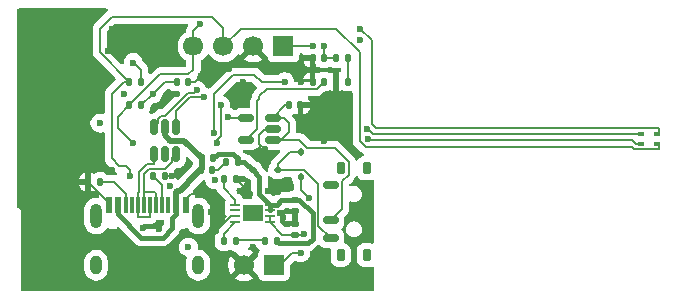
<source format=gbl>
%TF.GenerationSoftware,KiCad,Pcbnew,9.0.7*%
%TF.CreationDate,2026-02-11T09:18:12+01:00*%
%TF.ProjectId,przetwornik,70727a65-7477-46f7-926e-696b2e6b6963,rev?*%
%TF.SameCoordinates,Original*%
%TF.FileFunction,Copper,L4,Bot*%
%TF.FilePolarity,Positive*%
%FSLAX46Y46*%
G04 Gerber Fmt 4.6, Leading zero omitted, Abs format (unit mm)*
G04 Created by KiCad (PCBNEW 9.0.7) date 2026-02-11 09:18:12*
%MOMM*%
%LPD*%
G01*
G04 APERTURE LIST*
G04 Aperture macros list*
%AMRoundRect*
0 Rectangle with rounded corners*
0 $1 Rounding radius*
0 $2 $3 $4 $5 $6 $7 $8 $9 X,Y pos of 4 corners*
0 Add a 4 corners polygon primitive as box body*
4,1,4,$2,$3,$4,$5,$6,$7,$8,$9,$2,$3,0*
0 Add four circle primitives for the rounded corners*
1,1,$1+$1,$2,$3*
1,1,$1+$1,$4,$5*
1,1,$1+$1,$6,$7*
1,1,$1+$1,$8,$9*
0 Add four rect primitives between the rounded corners*
20,1,$1+$1,$2,$3,$4,$5,0*
20,1,$1+$1,$4,$5,$6,$7,0*
20,1,$1+$1,$6,$7,$8,$9,0*
20,1,$1+$1,$8,$9,$2,$3,0*%
G04 Aperture macros list end*
%TA.AperFunction,ComponentPad*%
%ADD10R,1.700000X1.700000*%
%TD*%
%TA.AperFunction,ComponentPad*%
%ADD11C,1.700000*%
%TD*%
%TA.AperFunction,SMDPad,CuDef*%
%ADD12RoundRect,0.150000X0.150000X-0.512500X0.150000X0.512500X-0.150000X0.512500X-0.150000X-0.512500X0*%
%TD*%
%TA.AperFunction,SMDPad,CuDef*%
%ADD13RoundRect,0.140000X0.140000X0.170000X-0.140000X0.170000X-0.140000X-0.170000X0.140000X-0.170000X0*%
%TD*%
%TA.AperFunction,SMDPad,CuDef*%
%ADD14RoundRect,0.135000X0.135000X0.185000X-0.135000X0.185000X-0.135000X-0.185000X0.135000X-0.185000X0*%
%TD*%
%TA.AperFunction,SMDPad,CuDef*%
%ADD15RoundRect,0.150000X0.512500X0.150000X-0.512500X0.150000X-0.512500X-0.150000X0.512500X-0.150000X0*%
%TD*%
%TA.AperFunction,SMDPad,CuDef*%
%ADD16RoundRect,0.147500X0.147500X0.172500X-0.147500X0.172500X-0.147500X-0.172500X0.147500X-0.172500X0*%
%TD*%
%TA.AperFunction,SMDPad,CuDef*%
%ADD17RoundRect,0.140000X-0.170000X0.140000X-0.170000X-0.140000X0.170000X-0.140000X0.170000X0.140000X0*%
%TD*%
%TA.AperFunction,SMDPad,CuDef*%
%ADD18RoundRect,0.112500X0.187500X0.112500X-0.187500X0.112500X-0.187500X-0.112500X0.187500X-0.112500X0*%
%TD*%
%TA.AperFunction,SMDPad,CuDef*%
%ADD19RoundRect,0.112500X-0.112500X0.187500X-0.112500X-0.187500X0.112500X-0.187500X0.112500X0.187500X0*%
%TD*%
%TA.AperFunction,SMDPad,CuDef*%
%ADD20RoundRect,0.140000X0.170000X-0.140000X0.170000X0.140000X-0.170000X0.140000X-0.170000X-0.140000X0*%
%TD*%
%TA.AperFunction,SMDPad,CuDef*%
%ADD21RoundRect,0.140000X-0.140000X-0.170000X0.140000X-0.170000X0.140000X0.170000X-0.140000X0.170000X0*%
%TD*%
%TA.AperFunction,SMDPad,CuDef*%
%ADD22RoundRect,0.150000X-0.500000X0.150000X-0.500000X-0.150000X0.500000X-0.150000X0.500000X0.150000X0*%
%TD*%
%TA.AperFunction,SMDPad,CuDef*%
%ADD23RoundRect,0.175000X-0.175000X0.350000X-0.175000X-0.350000X0.175000X-0.350000X0.175000X0.350000X0*%
%TD*%
%TA.AperFunction,SMDPad,CuDef*%
%ADD24RoundRect,0.147500X-0.147500X-0.172500X0.147500X-0.172500X0.147500X0.172500X-0.147500X0.172500X0*%
%TD*%
%TA.AperFunction,SMDPad,CuDef*%
%ADD25RoundRect,0.135000X-0.135000X-0.185000X0.135000X-0.185000X0.135000X0.185000X-0.135000X0.185000X0*%
%TD*%
%TA.AperFunction,SMDPad,CuDef*%
%ADD26RoundRect,0.062500X0.337500X0.062500X-0.337500X0.062500X-0.337500X-0.062500X0.337500X-0.062500X0*%
%TD*%
%TA.AperFunction,HeatsinkPad*%
%ADD27R,1.700000X1.400000*%
%TD*%
%TA.AperFunction,SMDPad,CuDef*%
%ADD28R,0.500000X0.300000*%
%TD*%
%TA.AperFunction,SMDPad,CuDef*%
%ADD29R,0.600000X1.450000*%
%TD*%
%TA.AperFunction,SMDPad,CuDef*%
%ADD30R,0.300000X1.450000*%
%TD*%
%TA.AperFunction,HeatsinkPad*%
%ADD31O,1.000000X1.600000*%
%TD*%
%TA.AperFunction,HeatsinkPad*%
%ADD32O,1.000000X2.100000*%
%TD*%
%TA.AperFunction,ViaPad*%
%ADD33C,0.600000*%
%TD*%
%TA.AperFunction,Conductor*%
%ADD34C,0.200000*%
%TD*%
%TA.AperFunction,Conductor*%
%ADD35C,0.190000*%
%TD*%
%TA.AperFunction,Conductor*%
%ADD36C,0.500000*%
%TD*%
%TA.AperFunction,Conductor*%
%ADD37C,0.400000*%
%TD*%
G04 APERTURE END LIST*
D10*
X229540000Y-87000000D03*
D11*
X227000000Y-87000000D03*
X224460000Y-87000000D03*
X221920000Y-87000000D03*
D12*
X220450000Y-93862500D03*
X219500000Y-93862500D03*
X218550000Y-93862500D03*
X218550000Y-96137500D03*
X219500000Y-96137500D03*
X220450000Y-96137500D03*
D10*
X228750000Y-105525000D03*
D11*
X226210000Y-105525000D03*
D13*
X221480000Y-90000000D03*
X220520000Y-90000000D03*
X232960000Y-90000000D03*
X232000000Y-90000000D03*
D14*
X217510000Y-92000000D03*
X216490000Y-92000000D03*
D13*
X225677517Y-96791394D03*
X224717517Y-96791394D03*
D15*
X228637500Y-93050000D03*
X228637500Y-94000000D03*
X228637500Y-94950000D03*
X226362500Y-94950000D03*
X226362500Y-93050000D03*
D16*
X234985000Y-88000000D03*
X234015000Y-88000000D03*
D17*
X230500000Y-100020000D03*
X230500000Y-100980000D03*
D18*
X229050000Y-97500000D03*
X226950000Y-97500000D03*
D19*
X231000000Y-95950000D03*
X231000000Y-98050000D03*
D20*
X230500000Y-102980000D03*
X230500000Y-102020000D03*
D21*
X222520000Y-97500000D03*
X223480000Y-97500000D03*
X230020000Y-92000000D03*
X230980000Y-92000000D03*
D14*
X225510000Y-103500000D03*
X224490000Y-103500000D03*
X217510000Y-90000000D03*
X216490000Y-90000000D03*
D22*
X233550000Y-98750000D03*
X233550000Y-101750000D03*
X233550000Y-103250000D03*
D23*
X236600000Y-97325000D03*
X234400000Y-97325000D03*
X236600000Y-104675000D03*
X234400000Y-104675000D03*
D24*
X222628984Y-96500000D03*
X223598984Y-96500000D03*
D14*
X225510000Y-98213989D03*
X224490000Y-98213989D03*
D13*
X232980000Y-88000000D03*
X232020000Y-88000000D03*
D25*
X218490000Y-98000000D03*
X219510000Y-98000000D03*
D14*
X214020000Y-98500000D03*
X213000000Y-98500000D03*
D26*
X228375000Y-100400000D03*
X228375000Y-100900000D03*
X228375000Y-101400000D03*
X228375000Y-101900000D03*
X225475000Y-101900000D03*
X225475000Y-101400000D03*
X225475000Y-100900000D03*
X225475000Y-100400000D03*
D27*
X226925000Y-101150000D03*
D14*
X235010000Y-90000000D03*
X233990000Y-90000000D03*
D28*
X261204823Y-94433384D03*
X261204823Y-95233384D03*
X259804823Y-95233384D03*
X259804823Y-94433384D03*
D24*
X228015000Y-103500000D03*
X228985000Y-103500000D03*
D29*
X221250000Y-100455000D03*
X220450000Y-100455000D03*
D30*
X219250000Y-100455000D03*
X218250000Y-100455000D03*
X217750000Y-100455000D03*
X216750000Y-100455000D03*
D29*
X215550000Y-100455000D03*
X214750000Y-100455000D03*
X214750000Y-100455000D03*
X215550000Y-100455000D03*
D30*
X216250000Y-100455000D03*
X217250000Y-100455000D03*
X218750000Y-100455000D03*
X219750000Y-100455000D03*
D29*
X220450000Y-100455000D03*
X221250000Y-100455000D03*
D31*
X222320000Y-105550000D03*
D32*
X222320000Y-101370000D03*
D31*
X213680000Y-105550000D03*
D32*
X213680000Y-101370000D03*
D33*
X223500000Y-89500000D03*
X236000000Y-86500000D03*
X208000000Y-107000000D03*
X233000000Y-105000000D03*
X231500000Y-107000000D03*
X235000000Y-95000000D03*
X236600000Y-94015628D03*
X236674265Y-94825735D03*
X231674265Y-99825735D03*
X229251977Y-101124802D03*
X219517431Y-96075321D03*
X219928062Y-98789276D03*
X222782843Y-91282843D03*
X222217157Y-90717157D03*
X212500000Y-85000000D03*
X211000000Y-87000000D03*
X212000000Y-91500000D03*
X210500000Y-91500000D03*
X209000000Y-91500000D03*
X209500000Y-94000000D03*
X209500000Y-87000000D03*
X233000000Y-87000000D03*
X224835000Y-92974685D03*
X221500000Y-104000000D03*
X223720000Y-98302510D03*
X218500000Y-91000000D03*
X216825000Y-88381298D03*
X232000000Y-87000000D03*
X214000000Y-93500000D03*
X216000000Y-91000000D03*
X220500000Y-91000000D03*
X224914714Y-88914714D03*
X207500000Y-91500000D03*
X207500000Y-88500000D03*
X219000000Y-102500000D03*
X226095000Y-90000000D03*
X207500000Y-85500000D03*
X213500000Y-96500000D03*
X229057783Y-99344221D03*
X232000000Y-92500000D03*
X207500000Y-97000000D03*
X222548231Y-89500000D03*
X207500000Y-99000000D03*
X207500000Y-96000000D03*
X220131374Y-98000000D03*
X223825735Y-102674265D03*
X228220114Y-99268119D03*
X226713374Y-99476475D03*
X207500000Y-100000000D03*
X207500000Y-89500000D03*
X207500000Y-95000000D03*
X215000000Y-97500000D03*
X228000000Y-95738298D03*
X227000000Y-104000000D03*
X231000000Y-90000000D03*
X207500000Y-90500000D03*
X214000000Y-90500000D03*
X225862965Y-99243332D03*
X214719265Y-87380735D03*
X207500000Y-98000000D03*
X223400000Y-101000000D03*
X207500000Y-86500000D03*
X215000000Y-85500000D03*
X213000000Y-103500000D03*
X207500000Y-84500000D03*
X207500000Y-94000000D03*
X217648690Y-102351310D03*
X207500000Y-87500000D03*
X231000000Y-104500000D03*
X231295235Y-102856235D03*
X216580000Y-98000000D03*
X222500000Y-85100000D03*
X216761881Y-95150000D03*
X236000000Y-85500000D03*
X229635000Y-90000000D03*
X223635000Y-94350000D03*
X224235000Y-92000000D03*
X223900000Y-95150003D03*
X234000000Y-93000000D03*
X233000000Y-91500000D03*
X231500000Y-93500000D03*
X233000000Y-95000000D03*
X219500000Y-106500000D03*
X220000000Y-104500000D03*
X218000000Y-105000000D03*
X215500000Y-106000000D03*
X215500000Y-103500000D03*
X209000000Y-85500000D03*
X211000000Y-85000000D03*
X212000000Y-88000000D03*
X210500000Y-89000000D03*
X209000000Y-88500000D03*
X209500000Y-90000000D03*
X211500000Y-90000000D03*
X211500000Y-94000000D03*
X209500000Y-95500000D03*
X209000000Y-97000000D03*
X210500000Y-97500000D03*
X212000000Y-97000000D03*
X211000000Y-99500000D03*
X209000000Y-99000000D03*
X208000000Y-103000000D03*
X208000000Y-101000000D03*
D34*
X236714101Y-94015628D02*
X236600000Y-94015628D01*
X237131857Y-94433384D02*
X236714101Y-94015628D01*
X259804823Y-94433384D02*
X237131857Y-94433384D01*
X236748530Y-94900000D02*
X236674265Y-94825735D01*
X256500000Y-94900000D02*
X236748530Y-94900000D01*
X259369923Y-95233384D02*
X259804823Y-95233384D01*
X259036539Y-94900000D02*
X259369923Y-95233384D01*
X256500000Y-94900000D02*
X259036539Y-94900000D01*
X261355823Y-95341548D02*
X261247659Y-95233384D01*
X261355823Y-95625220D02*
X261355823Y-95341548D01*
X261247659Y-95233384D02*
X261204823Y-95233384D01*
X261296659Y-95684384D02*
X261355823Y-95625220D01*
X259069439Y-95500000D02*
X259253823Y-95684384D01*
X259253823Y-95684384D02*
X261296659Y-95684384D01*
X236500000Y-95500000D02*
X259069439Y-95500000D01*
X236000000Y-95000000D02*
X236500000Y-95500000D01*
X234000000Y-85500000D02*
X236000000Y-87500000D01*
X225960000Y-85500000D02*
X234000000Y-85500000D01*
X236000000Y-87500000D02*
X236000000Y-95000000D01*
X224460000Y-87000000D02*
X225960000Y-85500000D01*
X237000000Y-86500000D02*
X236000000Y-85500000D01*
X237000000Y-93567100D02*
X237000000Y-86500000D01*
X237333900Y-93901000D02*
X237000000Y-93567100D01*
X261215275Y-93901000D02*
X237333900Y-93901000D01*
X261355823Y-94041548D02*
X261215275Y-93901000D01*
X261355823Y-94325220D02*
X261355823Y-94041548D01*
X261247659Y-94433384D02*
X261355823Y-94325220D01*
X261204823Y-94433384D02*
X261247659Y-94433384D01*
X233879014Y-95601000D02*
X231538894Y-95601000D01*
X230887894Y-94950000D02*
X228637500Y-94950000D01*
X235051000Y-97877014D02*
X235051000Y-96772986D01*
X234501000Y-98427014D02*
X235051000Y-97877014D01*
X234501000Y-100799000D02*
X234501000Y-98427014D01*
X233550000Y-101750000D02*
X234501000Y-100799000D01*
X235051000Y-96772986D02*
X233879014Y-95601000D01*
X231538894Y-95601000D02*
X230887894Y-94950000D01*
X232500000Y-98662106D02*
X232500000Y-102200000D01*
X231286894Y-97449000D02*
X232500000Y-98662106D01*
X232500000Y-102200000D02*
X233550000Y-103250000D01*
X229101000Y-97449000D02*
X231286894Y-97449000D01*
X229050000Y-97500000D02*
X229101000Y-97449000D01*
X231000000Y-99151470D02*
X231000000Y-98050000D01*
X231674265Y-99825735D02*
X231000000Y-99151470D01*
X229396779Y-100980000D02*
X229251977Y-101124802D01*
X230500000Y-100980000D02*
X229396779Y-100980000D01*
X230713315Y-100980000D02*
X230500000Y-100980000D01*
X219500000Y-96092752D02*
X219500000Y-96137500D01*
X219517431Y-96075321D02*
X219500000Y-96092752D01*
D35*
X221610490Y-91282843D02*
X222782843Y-91282843D01*
X221469657Y-90942843D02*
X221991471Y-90942843D01*
X221991471Y-90942843D02*
X222217157Y-90717157D01*
X220450000Y-92443333D02*
X221610490Y-91282843D01*
X219508500Y-92904000D02*
X221469657Y-90942843D01*
X218904000Y-93161104D02*
X219161104Y-92904000D01*
X219161104Y-92904000D02*
X219508500Y-92904000D01*
X220450000Y-93862500D02*
X220450000Y-92443333D01*
X218904000Y-93508500D02*
X218904000Y-93161104D01*
X218550000Y-93862500D02*
X218904000Y-93508500D01*
D36*
X219500000Y-94524999D02*
X219500000Y-93862500D01*
X219975001Y-95000000D02*
X219500000Y-94524999D01*
X221128984Y-95000000D02*
X219975001Y-95000000D01*
X222628984Y-96500000D02*
X221128984Y-95000000D01*
D34*
X219679789Y-95957711D02*
X219500000Y-96137500D01*
D35*
X218750000Y-99488000D02*
X218750000Y-100455000D01*
X218629499Y-99367499D02*
X218750000Y-99488000D01*
X217750000Y-99367499D02*
X218629499Y-99367499D01*
X220096000Y-96491500D02*
X220450000Y-96137500D01*
X219550896Y-97384000D02*
X220096000Y-96838896D01*
X220096000Y-96838896D02*
X220096000Y-96491500D01*
X218172732Y-97384000D02*
X219550896Y-97384000D01*
X217720000Y-97836732D02*
X218172732Y-97384000D01*
X217720000Y-99337499D02*
X217720000Y-97836732D01*
X217750000Y-100455000D02*
X217750000Y-99367499D01*
X217750000Y-99367499D02*
X217720000Y-99337499D01*
X218550000Y-96944020D02*
X218550000Y-96137500D01*
X217990486Y-96944020D02*
X218550000Y-96944020D01*
X217280000Y-99337499D02*
X217280000Y-97654506D01*
X217250000Y-99367499D02*
X217280000Y-99337499D01*
X217280000Y-97654506D02*
X217990486Y-96944020D01*
X217250000Y-100455000D02*
X217250000Y-99367499D01*
X218250000Y-101422000D02*
X218250000Y-100455000D01*
X217304000Y-101476000D02*
X218196000Y-101476000D01*
X217250000Y-101422000D02*
X217304000Y-101476000D01*
X218196000Y-101476000D02*
X218250000Y-101422000D01*
X217250000Y-100455000D02*
X217250000Y-101422000D01*
D34*
X220131374Y-98000000D02*
X219510000Y-98000000D01*
D36*
X220450000Y-99328000D02*
X220450000Y-100455000D01*
X220499000Y-99279000D02*
X220450000Y-99328000D01*
X220783075Y-99279000D02*
X220499000Y-99279000D01*
X221500000Y-98500000D02*
X221500000Y-98562075D01*
X221500000Y-98562075D02*
X220783075Y-99279000D01*
X222500000Y-97500000D02*
X221500000Y-98500000D01*
X222520000Y-97500000D02*
X222500000Y-97500000D01*
D34*
X217750000Y-99723389D02*
X217750000Y-100449975D01*
X217250000Y-99727000D02*
X217250000Y-100455000D01*
X216000000Y-90000000D02*
X216490000Y-90000000D01*
X215000000Y-91000000D02*
X216000000Y-90000000D01*
X216580000Y-97457861D02*
X216225334Y-97103195D01*
X215000000Y-96500000D02*
X215000000Y-91000000D01*
X216580000Y-98000000D02*
X216580000Y-97457861D01*
X215603195Y-97103195D02*
X215000000Y-96500000D01*
X216225334Y-97103195D02*
X215603195Y-97103195D01*
X214750000Y-100250000D02*
X213000000Y-98500000D01*
X214750000Y-100455000D02*
X214750000Y-100250000D01*
X222048231Y-90000000D02*
X222548231Y-89500000D01*
X221480000Y-90000000D02*
X222048231Y-90000000D01*
X219500000Y-90000000D02*
X218500000Y-91000000D01*
X220520000Y-90000000D02*
X219500000Y-90000000D01*
X234015000Y-88000000D02*
X232980000Y-88000000D01*
X232980000Y-87020000D02*
X233000000Y-87000000D01*
X217510000Y-90000000D02*
X217510000Y-90010000D01*
X232980000Y-88000000D02*
X232980000Y-87020000D01*
X229540000Y-87000000D02*
X232000000Y-87000000D01*
X217510000Y-89010000D02*
X217510000Y-90000000D01*
X216881298Y-88381298D02*
X217510000Y-89010000D01*
X217510000Y-91990000D02*
X218500000Y-91000000D01*
X224910315Y-93050000D02*
X224835000Y-92974685D01*
X216825000Y-88381298D02*
X216881298Y-88381298D01*
X226362500Y-93050000D02*
X224910315Y-93050000D01*
X232020000Y-89980000D02*
X232000000Y-90000000D01*
X222548231Y-89500000D02*
X222347136Y-89500000D01*
X225757308Y-98520409D02*
X225510000Y-98520409D01*
X223825735Y-102633467D02*
X223825735Y-102674265D01*
X221686000Y-99519000D02*
X222651785Y-99519000D01*
X230500000Y-100980000D02*
X230500000Y-102020000D01*
X223400000Y-100267215D02*
X223400000Y-101000000D01*
X227500000Y-95238298D02*
X227500000Y-94500000D01*
X222651785Y-99519000D02*
X223400000Y-100267215D01*
X228000000Y-95738298D02*
X227500000Y-95238298D01*
X225475000Y-101400000D02*
X225059202Y-101400000D01*
X221250000Y-99955000D02*
X221686000Y-99519000D01*
X228000000Y-94000000D02*
X228637500Y-94000000D01*
X225059202Y-101400000D02*
X223825735Y-102633467D01*
X225510000Y-98520409D02*
X225510000Y-98213989D01*
X227500000Y-94500000D02*
X228000000Y-94000000D01*
X225085286Y-88914714D02*
X224914714Y-88914714D01*
X226713374Y-99476475D02*
X225757308Y-98520409D01*
X224717517Y-96791394D02*
X224008911Y-97500000D01*
X224008911Y-97500000D02*
X223480000Y-97500000D01*
D37*
X219299000Y-103201000D02*
X220114000Y-102386000D01*
X220114000Y-102386000D02*
X220114000Y-101578570D01*
D34*
X220550000Y-99855000D02*
X220450000Y-99955000D01*
D36*
X222628984Y-97391016D02*
X222520000Y-97500000D01*
D37*
X215550000Y-100455000D02*
X215550000Y-101242570D01*
D36*
X222628984Y-96500000D02*
X222628984Y-97391016D01*
D37*
X217508430Y-103201000D02*
X219299000Y-103201000D01*
X220450000Y-101242570D02*
X220450000Y-100455000D01*
X215550000Y-101242570D02*
X217508430Y-103201000D01*
X220114000Y-101578570D02*
X220450000Y-101242570D01*
X223598984Y-96500000D02*
X224018590Y-96080394D01*
X225276516Y-96080394D02*
X225677517Y-96481395D01*
X231999000Y-103292480D02*
X231999000Y-101140420D01*
X228993368Y-100400000D02*
X228375000Y-100400000D01*
X229146000Y-103661000D02*
X231630480Y-103661000D01*
X228375000Y-100400000D02*
X228360631Y-100400000D01*
X228985000Y-103500000D02*
X229146000Y-103661000D01*
X226241394Y-96791394D02*
X226950000Y-97500000D01*
X231999000Y-101140420D02*
X230878580Y-100020000D01*
X231630480Y-103661000D02*
X231999000Y-103292480D01*
X230878580Y-100020000D02*
X230500000Y-100020000D01*
X225677517Y-96791394D02*
X226241394Y-96791394D01*
X227500000Y-99539369D02*
X227500000Y-98050000D01*
X229373368Y-100020000D02*
X228993368Y-100400000D01*
D34*
X227000000Y-97500000D02*
X226950000Y-97500000D01*
D37*
X228375000Y-100400000D02*
X228375000Y-100874000D01*
X225677517Y-96481395D02*
X225677517Y-96791394D01*
X227500000Y-98050000D02*
X226950000Y-97500000D01*
X230500000Y-100020000D02*
X229373368Y-100020000D01*
X224018590Y-96080394D02*
X225276516Y-96080394D01*
X228360631Y-100400000D02*
X227500000Y-99539369D01*
D34*
X230020000Y-92000000D02*
X229687500Y-92000000D01*
X230000000Y-93500000D02*
X229550000Y-93050000D01*
X230000000Y-94249999D02*
X230000000Y-93500000D01*
X228637500Y-94950000D02*
X229299999Y-94950000D01*
X229299999Y-94950000D02*
X230000000Y-94249999D01*
X229687500Y-92000000D02*
X228637500Y-93050000D01*
X229550000Y-93050000D02*
X228637500Y-93050000D01*
X227500000Y-91500000D02*
X227500000Y-91222000D01*
X228111000Y-90611000D02*
X232349000Y-90611000D01*
X226362500Y-94950000D02*
X227326000Y-93986500D01*
X232349000Y-90611000D02*
X232960000Y-90000000D01*
X227326000Y-91674000D02*
X227500000Y-91500000D01*
X227326000Y-93986500D02*
X227326000Y-91674000D01*
X227500000Y-91222000D02*
X228111000Y-90611000D01*
X228375000Y-101400000D02*
X228375000Y-101900000D01*
X231171470Y-102980000D02*
X231295235Y-102856235D01*
X230500000Y-102980000D02*
X231171470Y-102980000D01*
X228375000Y-101900000D02*
X229455000Y-102980000D01*
X230275000Y-104500000D02*
X228750000Y-106025000D01*
X229520000Y-102980000D02*
X230500000Y-102980000D01*
X231000000Y-104500000D02*
X230275000Y-104500000D01*
X235010000Y-90000000D02*
X235010000Y-88025000D01*
X235010000Y-88025000D02*
X234985000Y-88000000D01*
X225611000Y-103399000D02*
X227914000Y-103399000D01*
X227914000Y-103399000D02*
X228015000Y-103500000D01*
X225510000Y-103500000D02*
X225611000Y-103399000D01*
X231000000Y-95950000D02*
X230100000Y-95950000D01*
X229050000Y-97000000D02*
X229050000Y-97500000D01*
X230100000Y-95950000D02*
X229050000Y-97000000D01*
X215000000Y-84500000D02*
X223500000Y-84500000D01*
X214000000Y-85500000D02*
X215000000Y-84500000D01*
X223500000Y-84500000D02*
X224460000Y-85460000D01*
X214000000Y-87510000D02*
X214000000Y-85500000D01*
X216490000Y-90000000D02*
X214000000Y-87510000D01*
X224460000Y-85460000D02*
X224460000Y-87000000D01*
X216490000Y-92000000D02*
X219101000Y-89389000D01*
X216761881Y-95150000D02*
X215500000Y-93888119D01*
X221920000Y-85680000D02*
X222500000Y-85100000D01*
X221920000Y-88969000D02*
X221920000Y-87000000D01*
X215500000Y-92990000D02*
X216490000Y-92000000D01*
X215500000Y-93888119D02*
X215500000Y-92990000D01*
X221920000Y-87000000D02*
X221920000Y-85680000D01*
X221500000Y-89389000D02*
X221920000Y-88969000D01*
X219101000Y-89389000D02*
X221500000Y-89389000D01*
X219250000Y-100455000D02*
X219250000Y-100228000D01*
X218490000Y-98000000D02*
X219250000Y-98760000D01*
X219250000Y-98760000D02*
X219250000Y-100455000D01*
X219250000Y-100228000D02*
X219299000Y-100179000D01*
X218750000Y-100932000D02*
X218701000Y-100981000D01*
X217799000Y-100981000D02*
X217750000Y-100932000D01*
X218750000Y-99955000D02*
X218750000Y-100932000D01*
X215222000Y-98500000D02*
X214020000Y-98500000D01*
X216250000Y-99528000D02*
X215222000Y-98500000D01*
X216250000Y-100455000D02*
X216250000Y-99528000D01*
X225475000Y-101900000D02*
X224490000Y-102885000D01*
X224490000Y-102885000D02*
X224490000Y-103500000D01*
X225475000Y-99975000D02*
X224490000Y-98990000D01*
X224490000Y-98990000D02*
X224490000Y-98213989D01*
X225475000Y-100400000D02*
X225475000Y-99975000D01*
X223635000Y-94350000D02*
X223635000Y-93500000D01*
X225844057Y-89401000D02*
X225846057Y-89399000D01*
X227685057Y-90000000D02*
X229635000Y-90000000D01*
X225168550Y-89533550D02*
X225301100Y-89401000D01*
X223635000Y-91067100D02*
X225168550Y-89533550D01*
X223635000Y-93500000D02*
X223635000Y-91067100D01*
X225301100Y-89401000D02*
X225635000Y-89401000D01*
X227084057Y-89399000D02*
X227685057Y-90000000D01*
X225635000Y-89401000D02*
X225844057Y-89401000D01*
X225846057Y-89399000D02*
X227084057Y-89399000D01*
X223900000Y-95150003D02*
X223900000Y-94934943D01*
X224235000Y-94599943D02*
X224235000Y-92000000D01*
X223900000Y-94934943D02*
X224235000Y-94599943D01*
D35*
X222457574Y-91282843D02*
X222782843Y-91282843D01*
%TA.AperFunction,Conductor*%
G36*
X214618411Y-83820185D02*
G01*
X214664166Y-83872989D01*
X214674110Y-83942147D01*
X214645085Y-84005703D01*
X214636804Y-84013506D01*
X214637031Y-84013733D01*
X213519481Y-85131282D01*
X213519479Y-85131285D01*
X213508827Y-85149735D01*
X213480108Y-85199480D01*
X213469361Y-85218094D01*
X213469359Y-85218096D01*
X213440425Y-85268209D01*
X213440424Y-85268210D01*
X213428415Y-85313029D01*
X213399499Y-85420943D01*
X213399499Y-85420945D01*
X213399499Y-85589046D01*
X213399500Y-85589059D01*
X213399500Y-87423330D01*
X213399499Y-87423348D01*
X213399499Y-87589054D01*
X213399498Y-87589054D01*
X213415362Y-87648259D01*
X213440423Y-87741785D01*
X213451930Y-87761716D01*
X213469358Y-87791900D01*
X213469359Y-87791904D01*
X213469360Y-87791904D01*
X213515030Y-87871009D01*
X213519479Y-87878714D01*
X213519481Y-87878717D01*
X213638349Y-87997585D01*
X213638355Y-87997590D01*
X215308083Y-89667318D01*
X215341568Y-89728641D01*
X215336584Y-89798333D01*
X215308083Y-89842680D01*
X214631286Y-90519478D01*
X214519481Y-90631282D01*
X214519479Y-90631285D01*
X214500110Y-90664834D01*
X214480740Y-90698384D01*
X214440423Y-90768215D01*
X214399499Y-90920943D01*
X214399499Y-90920945D01*
X214399499Y-91089046D01*
X214399500Y-91089059D01*
X214399500Y-92613444D01*
X214379815Y-92680483D01*
X214327011Y-92726238D01*
X214257853Y-92736182D01*
X214239575Y-92731202D01*
X214239324Y-92732031D01*
X214233500Y-92730264D01*
X214233497Y-92730263D01*
X214233492Y-92730262D01*
X214233489Y-92730261D01*
X214078845Y-92699500D01*
X214078842Y-92699500D01*
X213921158Y-92699500D01*
X213921155Y-92699500D01*
X213766510Y-92730261D01*
X213766498Y-92730264D01*
X213620827Y-92790602D01*
X213620814Y-92790609D01*
X213489711Y-92878210D01*
X213489707Y-92878213D01*
X213378213Y-92989707D01*
X213378210Y-92989711D01*
X213290609Y-93120814D01*
X213290602Y-93120827D01*
X213230264Y-93266498D01*
X213230261Y-93266510D01*
X213199500Y-93421153D01*
X213199500Y-93578846D01*
X213230261Y-93733489D01*
X213230264Y-93733501D01*
X213290602Y-93879172D01*
X213290609Y-93879185D01*
X213378210Y-94010288D01*
X213378213Y-94010292D01*
X213489707Y-94121786D01*
X213489711Y-94121789D01*
X213620814Y-94209390D01*
X213620827Y-94209397D01*
X213766498Y-94269735D01*
X213766503Y-94269737D01*
X213896982Y-94295691D01*
X213921153Y-94300499D01*
X213921156Y-94300500D01*
X213921158Y-94300500D01*
X214078844Y-94300500D01*
X214078845Y-94300499D01*
X214233497Y-94269737D01*
X214233509Y-94269731D01*
X214239324Y-94267969D01*
X214240158Y-94270720D01*
X214297359Y-94264497D01*
X214359878Y-94295691D01*
X214395608Y-94355734D01*
X214399500Y-94386555D01*
X214399500Y-96413330D01*
X214399499Y-96413348D01*
X214399499Y-96579054D01*
X214399498Y-96579054D01*
X214440423Y-96731786D01*
X214443588Y-96737267D01*
X214451228Y-96750500D01*
X214452421Y-96752565D01*
X214452422Y-96752570D01*
X214452423Y-96752570D01*
X214519475Y-96868709D01*
X214519479Y-96868714D01*
X214519480Y-96868716D01*
X214631284Y-96980520D01*
X214631285Y-96980521D01*
X215234479Y-97583715D01*
X215234481Y-97583716D01*
X215234485Y-97583719D01*
X215371404Y-97662769D01*
X215371803Y-97662934D01*
X215372087Y-97663163D01*
X215378449Y-97666836D01*
X215377876Y-97667828D01*
X215381086Y-97670414D01*
X215392489Y-97673894D01*
X215407790Y-97691934D01*
X215426207Y-97706775D01*
X215429971Y-97718085D01*
X215437684Y-97727178D01*
X215440803Y-97750627D01*
X215448273Y-97773069D01*
X215445324Y-97784620D01*
X215446897Y-97796438D01*
X215436844Y-97817848D01*
X215430995Y-97840768D01*
X215422268Y-97848892D01*
X215417202Y-97859684D01*
X215397169Y-97872261D01*
X215379858Y-97888379D01*
X215366639Y-97891429D01*
X215358029Y-97896835D01*
X215336465Y-97898391D01*
X215323043Y-97901489D01*
X215307886Y-97901328D01*
X215301057Y-97899499D01*
X215142943Y-97899499D01*
X215142939Y-97899500D01*
X214689595Y-97899500D01*
X214622556Y-97879815D01*
X214601918Y-97863185D01*
X214547598Y-97808865D01*
X214539713Y-97804202D01*
X214409393Y-97727131D01*
X214409388Y-97727129D01*
X214255208Y-97682335D01*
X214255202Y-97682334D01*
X214219181Y-97679500D01*
X213820830Y-97679500D01*
X213820808Y-97679501D01*
X213784794Y-97682335D01*
X213630611Y-97727129D01*
X213630607Y-97727130D01*
X213572628Y-97761419D01*
X213504903Y-97778600D01*
X213446388Y-97761419D01*
X213389189Y-97727592D01*
X213389188Y-97727591D01*
X213250001Y-97687153D01*
X213250000Y-97687154D01*
X213250000Y-98239591D01*
X213249618Y-98249316D01*
X213249500Y-98250804D01*
X213249500Y-98250819D01*
X213249500Y-98499193D01*
X213249501Y-98500000D01*
X213249501Y-98749181D01*
X213249618Y-98750663D01*
X213250000Y-98760393D01*
X213250000Y-99312844D01*
X213389194Y-99272405D01*
X213389196Y-99272404D01*
X213446386Y-99238582D01*
X213514109Y-99221398D01*
X213572629Y-99238581D01*
X213630607Y-99272869D01*
X213671268Y-99284682D01*
X213784791Y-99317664D01*
X213784794Y-99317664D01*
X213784796Y-99317665D01*
X213820819Y-99320500D01*
X213890493Y-99320499D01*
X213957531Y-99340183D01*
X214003287Y-99392986D01*
X214013231Y-99462144D01*
X214006675Y-99487831D01*
X213956403Y-99622617D01*
X213956401Y-99622627D01*
X213950000Y-99682155D01*
X213950000Y-99702510D01*
X213930315Y-99769549D01*
X213877511Y-99815304D01*
X213808353Y-99825248D01*
X213801812Y-99824128D01*
X213778542Y-99819500D01*
X213778541Y-99819500D01*
X213581459Y-99819500D01*
X213581457Y-99819500D01*
X213388170Y-99857947D01*
X213388160Y-99857950D01*
X213206092Y-99933364D01*
X213206079Y-99933371D01*
X213042218Y-100042860D01*
X213042214Y-100042863D01*
X212902863Y-100182214D01*
X212902860Y-100182218D01*
X212793371Y-100346079D01*
X212793364Y-100346092D01*
X212717950Y-100528160D01*
X212717947Y-100528170D01*
X212679500Y-100721456D01*
X212679500Y-100721459D01*
X212679500Y-102018541D01*
X212679500Y-102018543D01*
X212679499Y-102018543D01*
X212717947Y-102211829D01*
X212717950Y-102211839D01*
X212793364Y-102393907D01*
X212793371Y-102393920D01*
X212902860Y-102557781D01*
X212902863Y-102557785D01*
X213042214Y-102697136D01*
X213042218Y-102697139D01*
X213206079Y-102806628D01*
X213206092Y-102806635D01*
X213387482Y-102881768D01*
X213388165Y-102882051D01*
X213388169Y-102882051D01*
X213388170Y-102882052D01*
X213581456Y-102920500D01*
X213581459Y-102920500D01*
X213778543Y-102920500D01*
X213908582Y-102894632D01*
X213971835Y-102882051D01*
X214153914Y-102806632D01*
X214317782Y-102697139D01*
X214457139Y-102557782D01*
X214566632Y-102393914D01*
X214566631Y-102393914D01*
X214570017Y-102388848D01*
X214571474Y-102389821D01*
X214614595Y-102345903D01*
X214682729Y-102330426D01*
X214748414Y-102354242D01*
X214750502Y-102355809D01*
X214756632Y-102360512D01*
X214756635Y-102360515D01*
X214887865Y-102436281D01*
X215034234Y-102475500D01*
X215034236Y-102475500D01*
X215185764Y-102475500D01*
X215185766Y-102475500D01*
X215332135Y-102436281D01*
X215463365Y-102360515D01*
X215482645Y-102341234D01*
X215543963Y-102307750D01*
X215613655Y-102312732D01*
X215658007Y-102341234D01*
X217061883Y-103745111D01*
X217061884Y-103745112D01*
X217061887Y-103745114D01*
X217176619Y-103821775D01*
X217304101Y-103874580D01*
X217316539Y-103877054D01*
X217322329Y-103878206D01*
X217322342Y-103878208D01*
X217322356Y-103878211D01*
X217369188Y-103887526D01*
X217439434Y-103901500D01*
X217439437Y-103901500D01*
X219367996Y-103901500D01*
X219459040Y-103883389D01*
X219503328Y-103874580D01*
X219630811Y-103821775D01*
X219745543Y-103745114D01*
X220658114Y-102832543D01*
X220734775Y-102717811D01*
X220787580Y-102590328D01*
X220790568Y-102575308D01*
X220822954Y-102513397D01*
X220883670Y-102478823D01*
X220912185Y-102475500D01*
X220965764Y-102475500D01*
X220965766Y-102475500D01*
X221112135Y-102436281D01*
X221243365Y-102360515D01*
X221243374Y-102360505D01*
X221249488Y-102355815D01*
X221314656Y-102330617D01*
X221383101Y-102344650D01*
X221429025Y-102389488D01*
X221429983Y-102388849D01*
X221433009Y-102393378D01*
X221433094Y-102393461D01*
X221433228Y-102393706D01*
X221542860Y-102557781D01*
X221542863Y-102557785D01*
X221682214Y-102697136D01*
X221682218Y-102697139D01*
X221846079Y-102806628D01*
X221846092Y-102806635D01*
X222027482Y-102881768D01*
X222028165Y-102882051D01*
X222028169Y-102882051D01*
X222028170Y-102882052D01*
X222221456Y-102920500D01*
X222221459Y-102920500D01*
X222418543Y-102920500D01*
X222548582Y-102894632D01*
X222611835Y-102882051D01*
X222793914Y-102806632D01*
X222957782Y-102697139D01*
X223097139Y-102557782D01*
X223206632Y-102393914D01*
X223214918Y-102373911D01*
X223242322Y-102307750D01*
X223282051Y-102211835D01*
X223305124Y-102095843D01*
X223320500Y-102018543D01*
X223320500Y-100721456D01*
X223282052Y-100528170D01*
X223282051Y-100528169D01*
X223282051Y-100528165D01*
X223282049Y-100528160D01*
X223206635Y-100346092D01*
X223206628Y-100346079D01*
X223097139Y-100182218D01*
X223097136Y-100182214D01*
X222957785Y-100042863D01*
X222957781Y-100042860D01*
X222793920Y-99933371D01*
X222793907Y-99933364D01*
X222611839Y-99857950D01*
X222611829Y-99857947D01*
X222418543Y-99819500D01*
X222418541Y-99819500D01*
X222221459Y-99819500D01*
X222221458Y-99819500D01*
X222198188Y-99824128D01*
X222128597Y-99817899D01*
X222073420Y-99775034D01*
X222050178Y-99709144D01*
X222050000Y-99702510D01*
X222050000Y-99682172D01*
X222049999Y-99682155D01*
X222043598Y-99622627D01*
X222043596Y-99622620D01*
X221993354Y-99487913D01*
X221993350Y-99487906D01*
X221904556Y-99369293D01*
X221880138Y-99303829D01*
X221894989Y-99235556D01*
X221916135Y-99207307D01*
X222082952Y-99040491D01*
X222106874Y-99004688D01*
X222154717Y-98933086D01*
X222158896Y-98926829D01*
X222165084Y-98917570D01*
X222170696Y-98904018D01*
X222197575Y-98863791D01*
X222715728Y-98345637D01*
X222777049Y-98312154D01*
X222846740Y-98317138D01*
X222902674Y-98359009D01*
X222925024Y-98409128D01*
X222950261Y-98536001D01*
X222950264Y-98536011D01*
X223010602Y-98681682D01*
X223010609Y-98681695D01*
X223098210Y-98812798D01*
X223098213Y-98812802D01*
X223209707Y-98924296D01*
X223209711Y-98924299D01*
X223340814Y-99011900D01*
X223340827Y-99011907D01*
X223479615Y-99069394D01*
X223486503Y-99072247D01*
X223641153Y-99103009D01*
X223641156Y-99103010D01*
X223803449Y-99103010D01*
X223870488Y-99122695D01*
X223916243Y-99175499D01*
X223917367Y-99178033D01*
X223920903Y-99186257D01*
X223930423Y-99221785D01*
X223949311Y-99254500D01*
X223952960Y-99260821D01*
X223952961Y-99260822D01*
X224009477Y-99358712D01*
X224009481Y-99358717D01*
X224128349Y-99477585D01*
X224128355Y-99477590D01*
X224604301Y-99953536D01*
X224637786Y-100014859D01*
X224632802Y-100084551D01*
X224631182Y-100088669D01*
X224588990Y-100190530D01*
X224574500Y-100300598D01*
X224574500Y-100499403D01*
X224588989Y-100609468D01*
X224591094Y-100617322D01*
X224587814Y-100618200D01*
X224593581Y-100672073D01*
X224590517Y-100682522D01*
X224591095Y-100682677D01*
X224588990Y-100690529D01*
X224574500Y-100800595D01*
X224574500Y-100999403D01*
X224588989Y-101109468D01*
X224591094Y-101117322D01*
X224588010Y-101118148D01*
X224593849Y-101172737D01*
X224591014Y-101182653D01*
X224591582Y-101182806D01*
X224589478Y-101190658D01*
X224578373Y-101275000D01*
X224606494Y-101275000D01*
X224610164Y-101276077D01*
X224613893Y-101275221D01*
X224643425Y-101285844D01*
X224673533Y-101294685D01*
X224677082Y-101297951D01*
X224679639Y-101298871D01*
X224704885Y-101323534D01*
X224705652Y-101324534D01*
X224730833Y-101389708D01*
X224716781Y-101458150D01*
X224705652Y-101475466D01*
X224704885Y-101476466D01*
X224683944Y-101491763D01*
X224667956Y-101508130D01*
X224658595Y-101510281D01*
X224648466Y-101517681D01*
X224606494Y-101525000D01*
X224578374Y-101525000D01*
X224589478Y-101609346D01*
X224591582Y-101617197D01*
X224588313Y-101618072D01*
X224593648Y-101672512D01*
X224590650Y-101682554D01*
X224591095Y-101682673D01*
X224588991Y-101690524D01*
X224574501Y-101800589D01*
X224574500Y-101800605D01*
X224574500Y-101899902D01*
X224554815Y-101966941D01*
X224538181Y-101987583D01*
X224009481Y-102516282D01*
X224009479Y-102516284D01*
X223988202Y-102553138D01*
X223979209Y-102568716D01*
X223930423Y-102653215D01*
X223889499Y-102805943D01*
X223889499Y-102805945D01*
X223889499Y-102830405D01*
X223869814Y-102897444D01*
X223853180Y-102918086D01*
X223848869Y-102922396D01*
X223848863Y-102922404D01*
X223767131Y-103060606D01*
X223767129Y-103060611D01*
X223722335Y-103214791D01*
X223722334Y-103214797D01*
X223719500Y-103250811D01*
X223719500Y-103749169D01*
X223719501Y-103749191D01*
X223722335Y-103785205D01*
X223767129Y-103939388D01*
X223767131Y-103939393D01*
X223848863Y-104077595D01*
X223848869Y-104077603D01*
X223962396Y-104191130D01*
X223962400Y-104191133D01*
X223962402Y-104191135D01*
X224100607Y-104272869D01*
X224131262Y-104281775D01*
X224254791Y-104317664D01*
X224254794Y-104317664D01*
X224254796Y-104317665D01*
X224290819Y-104320500D01*
X224689180Y-104320499D01*
X224725204Y-104317665D01*
X224879393Y-104272869D01*
X224936882Y-104238869D01*
X225004602Y-104221688D01*
X225063117Y-104238869D01*
X225120607Y-104272869D01*
X225120610Y-104272869D01*
X225120612Y-104272871D01*
X225274791Y-104317664D01*
X225274794Y-104317664D01*
X225274796Y-104317665D01*
X225310819Y-104320500D01*
X225321154Y-104320499D01*
X225388192Y-104340178D01*
X225433951Y-104392979D01*
X225434470Y-104395916D01*
X226080591Y-105042037D01*
X226017007Y-105059075D01*
X225902993Y-105124901D01*
X225809901Y-105217993D01*
X225744075Y-105332007D01*
X225727037Y-105395591D01*
X225094728Y-104763282D01*
X225094727Y-104763282D01*
X225055380Y-104817439D01*
X224958904Y-105006782D01*
X224893242Y-105208869D01*
X224893242Y-105208872D01*
X224860000Y-105418753D01*
X224860000Y-105631246D01*
X224893242Y-105841127D01*
X224893242Y-105841130D01*
X224958904Y-106043217D01*
X225055375Y-106232550D01*
X225094728Y-106286716D01*
X225727037Y-105654408D01*
X225744075Y-105717993D01*
X225809901Y-105832007D01*
X225902993Y-105925099D01*
X226017007Y-105990925D01*
X226080590Y-106007962D01*
X225448282Y-106640269D01*
X225448282Y-106640270D01*
X225502449Y-106679624D01*
X225691782Y-106776095D01*
X225893870Y-106841757D01*
X226103754Y-106875000D01*
X226316246Y-106875000D01*
X226526127Y-106841757D01*
X226526130Y-106841757D01*
X226728217Y-106776095D01*
X226917554Y-106679622D01*
X226971716Y-106640270D01*
X226971717Y-106640270D01*
X226339408Y-106007962D01*
X226402993Y-105990925D01*
X226517007Y-105925099D01*
X226610099Y-105832007D01*
X226675925Y-105717993D01*
X226692962Y-105654408D01*
X227363181Y-106324628D01*
X227396666Y-106385951D01*
X227399500Y-106412300D01*
X227399500Y-106422865D01*
X227399501Y-106422876D01*
X227405908Y-106482483D01*
X227456202Y-106617328D01*
X227456206Y-106617335D01*
X227542452Y-106732544D01*
X227542455Y-106732547D01*
X227657664Y-106818793D01*
X227657671Y-106818797D01*
X227792517Y-106869091D01*
X227792516Y-106869091D01*
X227799444Y-106869835D01*
X227852127Y-106875500D01*
X229647872Y-106875499D01*
X229707483Y-106869091D01*
X229842331Y-106818796D01*
X229957546Y-106732546D01*
X230043796Y-106617331D01*
X230094091Y-106482483D01*
X230100500Y-106422873D01*
X230100499Y-105575096D01*
X230120183Y-105508058D01*
X230136813Y-105487421D01*
X230425388Y-105198846D01*
X230486709Y-105165363D01*
X230556401Y-105170347D01*
X230581958Y-105183427D01*
X230620814Y-105209390D01*
X230620827Y-105209397D01*
X230766498Y-105269735D01*
X230766503Y-105269737D01*
X230921153Y-105300499D01*
X230921156Y-105300500D01*
X230921158Y-105300500D01*
X231078844Y-105300500D01*
X231078845Y-105300499D01*
X231233497Y-105269737D01*
X231379179Y-105209394D01*
X231510289Y-105121789D01*
X231621789Y-105010289D01*
X231709394Y-104879179D01*
X231769737Y-104733497D01*
X231800500Y-104578842D01*
X231800500Y-104431645D01*
X231820185Y-104364606D01*
X231872989Y-104318851D01*
X231877048Y-104317084D01*
X231962287Y-104281777D01*
X231962288Y-104281776D01*
X231962291Y-104281775D01*
X232077023Y-104205114D01*
X232418416Y-103863719D01*
X232479735Y-103830237D01*
X232549427Y-103835221D01*
X232593775Y-103863722D01*
X232648129Y-103918076D01*
X232648133Y-103918079D01*
X232648135Y-103918081D01*
X232789602Y-104001744D01*
X232831224Y-104013836D01*
X232947426Y-104047597D01*
X232947429Y-104047597D01*
X232947431Y-104047598D01*
X232984306Y-104050500D01*
X233434794Y-104050500D01*
X233501833Y-104070185D01*
X233547588Y-104122989D01*
X233557532Y-104192147D01*
X233556412Y-104198686D01*
X233555685Y-104202338D01*
X233552366Y-104238871D01*
X233549500Y-104270406D01*
X233549500Y-105079594D01*
X233555685Y-105147657D01*
X233555686Y-105147662D01*
X233555687Y-105147664D01*
X233604485Y-105304263D01*
X233604488Y-105304272D01*
X233689348Y-105444648D01*
X233689351Y-105444652D01*
X233805347Y-105560648D01*
X233805351Y-105560651D01*
X233945727Y-105645511D01*
X233945730Y-105645512D01*
X234102343Y-105694315D01*
X234170406Y-105700500D01*
X234170409Y-105700500D01*
X234629591Y-105700500D01*
X234629594Y-105700500D01*
X234697657Y-105694315D01*
X234854270Y-105645512D01*
X234994653Y-105560648D01*
X235110648Y-105444653D01*
X235126305Y-105418753D01*
X235195511Y-105304272D01*
X235195514Y-105304263D01*
X235196687Y-105300499D01*
X235244315Y-105147657D01*
X235250500Y-105079594D01*
X235250500Y-104270406D01*
X235244315Y-104202343D01*
X235202698Y-104068789D01*
X235195514Y-104045736D01*
X235195511Y-104045727D01*
X235110651Y-103905351D01*
X235110648Y-103905347D01*
X234994652Y-103789351D01*
X234994648Y-103789348D01*
X234854272Y-103704488D01*
X234854265Y-103704486D01*
X234772929Y-103679140D01*
X234714781Y-103640402D01*
X234686808Y-103576377D01*
X234690743Y-103526161D01*
X234697598Y-103502569D01*
X234700500Y-103465694D01*
X234700500Y-103034306D01*
X234697598Y-102997431D01*
X234678183Y-102930606D01*
X234675099Y-102919989D01*
X234675098Y-102919987D01*
X234651744Y-102839602D01*
X234568081Y-102698135D01*
X234568076Y-102698129D01*
X234457628Y-102587681D01*
X234446080Y-102566533D01*
X234824499Y-102566533D01*
X234849533Y-102692381D01*
X234849534Y-102692385D01*
X234850460Y-102697036D01*
X234901380Y-102819969D01*
X234903295Y-102822835D01*
X234903296Y-102822837D01*
X234975301Y-102930601D01*
X234975307Y-102930609D01*
X235069390Y-103024692D01*
X235069398Y-103024698D01*
X235180020Y-103098613D01*
X235180023Y-103098614D01*
X235180031Y-103098620D01*
X235302964Y-103149540D01*
X235302968Y-103149540D01*
X235302969Y-103149541D01*
X235433466Y-103175500D01*
X235433469Y-103175500D01*
X235566533Y-103175500D01*
X235654325Y-103158035D01*
X235697036Y-103149540D01*
X235819969Y-103098620D01*
X235930606Y-103024695D01*
X236024695Y-102930606D01*
X236098620Y-102819969D01*
X236149540Y-102697036D01*
X236158257Y-102653213D01*
X236175500Y-102566533D01*
X236175500Y-102433466D01*
X236149541Y-102302969D01*
X236149540Y-102302968D01*
X236149540Y-102302964D01*
X236128996Y-102253365D01*
X236098623Y-102180038D01*
X236098622Y-102180037D01*
X236098620Y-102180031D01*
X236080001Y-102152166D01*
X236024698Y-102069398D01*
X236024692Y-102069390D01*
X235930609Y-101975307D01*
X235930601Y-101975301D01*
X235819979Y-101901386D01*
X235819972Y-101901382D01*
X235819969Y-101901380D01*
X235819965Y-101901378D01*
X235819961Y-101901376D01*
X235697040Y-101850461D01*
X235697030Y-101850458D01*
X235566533Y-101824500D01*
X235566531Y-101824500D01*
X235433469Y-101824500D01*
X235433467Y-101824500D01*
X235302969Y-101850458D01*
X235302959Y-101850461D01*
X235180038Y-101901376D01*
X235180020Y-101901386D01*
X235069398Y-101975301D01*
X235069390Y-101975307D01*
X234975307Y-102069390D01*
X234975301Y-102069398D01*
X234903295Y-102177163D01*
X234903292Y-102177168D01*
X234901380Y-102180031D01*
X234850460Y-102302964D01*
X234849535Y-102307613D01*
X234849534Y-102307616D01*
X234824500Y-102433466D01*
X234824500Y-102433469D01*
X234824500Y-102566531D01*
X234824500Y-102566533D01*
X234824499Y-102566533D01*
X234446080Y-102566533D01*
X234424143Y-102526358D01*
X234429127Y-102456666D01*
X234457628Y-102412319D01*
X234568076Y-102301870D01*
X234568081Y-102301865D01*
X234651744Y-102160398D01*
X234692958Y-102018541D01*
X234697597Y-102002573D01*
X234697598Y-102002567D01*
X234699743Y-101975307D01*
X234700500Y-101965694D01*
X234700500Y-101534306D01*
X234698741Y-101511964D01*
X234698836Y-101511514D01*
X234698675Y-101511082D01*
X234706001Y-101477402D01*
X234713104Y-101443590D01*
X234713461Y-101443108D01*
X234713527Y-101442809D01*
X234734675Y-101414558D01*
X234859506Y-101289728D01*
X234859511Y-101289724D01*
X234869714Y-101279520D01*
X234869716Y-101279520D01*
X234981520Y-101167716D01*
X235037113Y-101071426D01*
X235060577Y-101030785D01*
X235101500Y-100878057D01*
X235101500Y-100719943D01*
X235101500Y-100251670D01*
X235121185Y-100184631D01*
X235173989Y-100138876D01*
X235243147Y-100128932D01*
X235272952Y-100137109D01*
X235302959Y-100149538D01*
X235302964Y-100149540D01*
X235302968Y-100149540D01*
X235302969Y-100149541D01*
X235433466Y-100175500D01*
X235433469Y-100175500D01*
X235566533Y-100175500D01*
X235654325Y-100158035D01*
X235697036Y-100149540D01*
X235819969Y-100098620D01*
X235930606Y-100024695D01*
X236024695Y-99930606D01*
X236098620Y-99819969D01*
X236149540Y-99697036D01*
X236158035Y-99654325D01*
X236175500Y-99566533D01*
X236175500Y-99433466D01*
X236149541Y-99302969D01*
X236149540Y-99302968D01*
X236149540Y-99302964D01*
X236129466Y-99254500D01*
X236098623Y-99180038D01*
X236098622Y-99180037D01*
X236098620Y-99180031D01*
X236060309Y-99122695D01*
X236024698Y-99069398D01*
X236024692Y-99069390D01*
X235930609Y-98975307D01*
X235930601Y-98975301D01*
X235819979Y-98901386D01*
X235819972Y-98901382D01*
X235819969Y-98901380D01*
X235819965Y-98901378D01*
X235819961Y-98901376D01*
X235697040Y-98850461D01*
X235697030Y-98850458D01*
X235566533Y-98824500D01*
X235566531Y-98824500D01*
X235433469Y-98824500D01*
X235433467Y-98824500D01*
X235302969Y-98850458D01*
X235302959Y-98850461D01*
X235272952Y-98862891D01*
X235240326Y-98866398D01*
X235207853Y-98871068D01*
X235205765Y-98870114D01*
X235203483Y-98870360D01*
X235174139Y-98855671D01*
X235144297Y-98842043D01*
X235143056Y-98840112D01*
X235141004Y-98839085D01*
X235124263Y-98810869D01*
X235106523Y-98783265D01*
X235106087Y-98780235D01*
X235105352Y-98778996D01*
X235101500Y-98748330D01*
X235101500Y-98727110D01*
X235121185Y-98660071D01*
X235137815Y-98639433D01*
X235409506Y-98367741D01*
X235409511Y-98367738D01*
X235419714Y-98357534D01*
X235419716Y-98357534D01*
X235531520Y-98245730D01*
X235610577Y-98108798D01*
X235623493Y-98060593D01*
X235659856Y-98000935D01*
X235722703Y-97970405D01*
X235792078Y-97978699D01*
X235845957Y-98023184D01*
X235849384Y-98028538D01*
X235889350Y-98094651D01*
X236005347Y-98210648D01*
X236005351Y-98210651D01*
X236145727Y-98295511D01*
X236145730Y-98295512D01*
X236302343Y-98344315D01*
X236370406Y-98350500D01*
X236370409Y-98350500D01*
X236829591Y-98350500D01*
X236829594Y-98350500D01*
X236897657Y-98344315D01*
X237038609Y-98300391D01*
X237108469Y-98299240D01*
X237167862Y-98336041D01*
X237197930Y-98399110D01*
X237199500Y-98418777D01*
X237199500Y-103581222D01*
X237179815Y-103648261D01*
X237127011Y-103694016D01*
X237057853Y-103703960D01*
X237038610Y-103699607D01*
X236897664Y-103655687D01*
X236897662Y-103655686D01*
X236897657Y-103655685D01*
X236829594Y-103649500D01*
X236370406Y-103649500D01*
X236302343Y-103655685D01*
X236302339Y-103655686D01*
X236302335Y-103655687D01*
X236145736Y-103704485D01*
X236145727Y-103704488D01*
X236005351Y-103789348D01*
X236005347Y-103789351D01*
X235889351Y-103905347D01*
X235889348Y-103905351D01*
X235804488Y-104045727D01*
X235804485Y-104045736D01*
X235755687Y-104202335D01*
X235755686Y-104202339D01*
X235755685Y-104202343D01*
X235749500Y-104270406D01*
X235749500Y-105079594D01*
X235755685Y-105147657D01*
X235755686Y-105147662D01*
X235755687Y-105147664D01*
X235804485Y-105304263D01*
X235804488Y-105304272D01*
X235889348Y-105444648D01*
X235889351Y-105444652D01*
X236005347Y-105560648D01*
X236005351Y-105560651D01*
X236145727Y-105645511D01*
X236145730Y-105645512D01*
X236302343Y-105694315D01*
X236370406Y-105700500D01*
X236370409Y-105700500D01*
X236829591Y-105700500D01*
X236829594Y-105700500D01*
X236897657Y-105694315D01*
X237038609Y-105650391D01*
X237108469Y-105649240D01*
X237167862Y-105686041D01*
X237197930Y-105749110D01*
X237199500Y-105768777D01*
X237199500Y-107575500D01*
X237179815Y-107642539D01*
X237127011Y-107688294D01*
X237075500Y-107699500D01*
X207424500Y-107699500D01*
X207357461Y-107679815D01*
X207311706Y-107627011D01*
X207300500Y-107575500D01*
X207300500Y-105948543D01*
X212679499Y-105948543D01*
X212717947Y-106141829D01*
X212717950Y-106141839D01*
X212793364Y-106323907D01*
X212793371Y-106323920D01*
X212902860Y-106487781D01*
X212902863Y-106487785D01*
X213042214Y-106627136D01*
X213042218Y-106627139D01*
X213206079Y-106736628D01*
X213206092Y-106736635D01*
X213388160Y-106812049D01*
X213388165Y-106812051D01*
X213388169Y-106812051D01*
X213388170Y-106812052D01*
X213581456Y-106850500D01*
X213581459Y-106850500D01*
X213778543Y-106850500D01*
X213908582Y-106824632D01*
X213971835Y-106812051D01*
X214153914Y-106736632D01*
X214317782Y-106627139D01*
X214457139Y-106487782D01*
X214566632Y-106323914D01*
X214642051Y-106141835D01*
X214680500Y-105948541D01*
X214680500Y-105151459D01*
X214680500Y-105151456D01*
X214642052Y-104958170D01*
X214642051Y-104958169D01*
X214642051Y-104958165D01*
X214609334Y-104879179D01*
X214566635Y-104776092D01*
X214566628Y-104776079D01*
X214457139Y-104612218D01*
X214457136Y-104612214D01*
X214317785Y-104472863D01*
X214317781Y-104472860D01*
X214153920Y-104363371D01*
X214153907Y-104363364D01*
X213971839Y-104287950D01*
X213971829Y-104287947D01*
X213778543Y-104249500D01*
X213778541Y-104249500D01*
X213581459Y-104249500D01*
X213581457Y-104249500D01*
X213388170Y-104287947D01*
X213388160Y-104287950D01*
X213206092Y-104363364D01*
X213206079Y-104363371D01*
X213042218Y-104472860D01*
X213042214Y-104472863D01*
X212902863Y-104612214D01*
X212902860Y-104612218D01*
X212793371Y-104776079D01*
X212793364Y-104776092D01*
X212717950Y-104958160D01*
X212717947Y-104958170D01*
X212679500Y-105151456D01*
X212679500Y-105151459D01*
X212679500Y-105948541D01*
X212679500Y-105948543D01*
X212679499Y-105948543D01*
X207300500Y-105948543D01*
X207300500Y-103921153D01*
X220699500Y-103921153D01*
X220699500Y-104078846D01*
X220730261Y-104233489D01*
X220730264Y-104233501D01*
X220790602Y-104379172D01*
X220790609Y-104379185D01*
X220878210Y-104510288D01*
X220878213Y-104510292D01*
X220989707Y-104621786D01*
X220989711Y-104621789D01*
X221120814Y-104709390D01*
X221120827Y-104709397D01*
X221250919Y-104763282D01*
X221266503Y-104769737D01*
X221274902Y-104771407D01*
X221336812Y-104803788D01*
X221371389Y-104864502D01*
X221367653Y-104934272D01*
X221365276Y-104940474D01*
X221357950Y-104958159D01*
X221357947Y-104958171D01*
X221319500Y-105151456D01*
X221319500Y-105151459D01*
X221319500Y-105948541D01*
X221319500Y-105948543D01*
X221319499Y-105948543D01*
X221357947Y-106141829D01*
X221357950Y-106141839D01*
X221433364Y-106323907D01*
X221433371Y-106323920D01*
X221542860Y-106487781D01*
X221542863Y-106487785D01*
X221682214Y-106627136D01*
X221682218Y-106627139D01*
X221846079Y-106736628D01*
X221846092Y-106736635D01*
X222028160Y-106812049D01*
X222028165Y-106812051D01*
X222028169Y-106812051D01*
X222028170Y-106812052D01*
X222221456Y-106850500D01*
X222221459Y-106850500D01*
X222418543Y-106850500D01*
X222548582Y-106824632D01*
X222611835Y-106812051D01*
X222793914Y-106736632D01*
X222957782Y-106627139D01*
X222967593Y-106617328D01*
X223079592Y-106505330D01*
X223097136Y-106487785D01*
X223097139Y-106487782D01*
X223206632Y-106323914D01*
X223282051Y-106141835D01*
X223320500Y-105948541D01*
X223320500Y-105151459D01*
X223320500Y-105151456D01*
X223282052Y-104958170D01*
X223282051Y-104958169D01*
X223282051Y-104958165D01*
X223249334Y-104879179D01*
X223206635Y-104776092D01*
X223206628Y-104776079D01*
X223097139Y-104612218D01*
X223097136Y-104612214D01*
X222957785Y-104472863D01*
X222957781Y-104472860D01*
X222793920Y-104363371D01*
X222793907Y-104363364D01*
X222611839Y-104287950D01*
X222611829Y-104287947D01*
X222418543Y-104249500D01*
X222418541Y-104249500D01*
X222417649Y-104249500D01*
X222417197Y-104249367D01*
X222412481Y-104248903D01*
X222412569Y-104248008D01*
X222350610Y-104229815D01*
X222304855Y-104177011D01*
X222294911Y-104107853D01*
X222296031Y-104101310D01*
X222300500Y-104078841D01*
X222300500Y-103921155D01*
X222300499Y-103921153D01*
X222291235Y-103874580D01*
X222269737Y-103766503D01*
X222262557Y-103749169D01*
X222209397Y-103620827D01*
X222209390Y-103620814D01*
X222121789Y-103489711D01*
X222121786Y-103489707D01*
X222010292Y-103378213D01*
X222010288Y-103378210D01*
X221879185Y-103290609D01*
X221879172Y-103290602D01*
X221733501Y-103230264D01*
X221733489Y-103230261D01*
X221578845Y-103199500D01*
X221578842Y-103199500D01*
X221421158Y-103199500D01*
X221421155Y-103199500D01*
X221266510Y-103230261D01*
X221266498Y-103230264D01*
X221120827Y-103290602D01*
X221120814Y-103290609D01*
X220989711Y-103378210D01*
X220989707Y-103378213D01*
X220878213Y-103489707D01*
X220878210Y-103489711D01*
X220790609Y-103620814D01*
X220790602Y-103620827D01*
X220730264Y-103766498D01*
X220730261Y-103766510D01*
X220699500Y-103921153D01*
X207300500Y-103921153D01*
X207300500Y-100960439D01*
X207297569Y-100949500D01*
X207280021Y-100884011D01*
X207280017Y-100884004D01*
X207240464Y-100815495D01*
X207240458Y-100815487D01*
X207184512Y-100759541D01*
X207184504Y-100759535D01*
X207115995Y-100719982D01*
X207115991Y-100719980D01*
X207115989Y-100719979D01*
X207115987Y-100719978D01*
X207115986Y-100719978D01*
X207091904Y-100713525D01*
X207032245Y-100677159D01*
X207001717Y-100614312D01*
X207000000Y-100593751D01*
X207000000Y-98750000D01*
X212230069Y-98750000D01*
X212232832Y-98785122D01*
X212232833Y-98785128D01*
X212277592Y-98939188D01*
X212277593Y-98939191D01*
X212359261Y-99077285D01*
X212359268Y-99077294D01*
X212472705Y-99190731D01*
X212472714Y-99190738D01*
X212610805Y-99272404D01*
X212750000Y-99312844D01*
X212750000Y-98750000D01*
X212230069Y-98750000D01*
X207000000Y-98750000D01*
X207000000Y-98250000D01*
X212230069Y-98250000D01*
X212750000Y-98250000D01*
X212750000Y-97687154D01*
X212749998Y-97687153D01*
X212610811Y-97727591D01*
X212610808Y-97727593D01*
X212472714Y-97809261D01*
X212472705Y-97809268D01*
X212359268Y-97922705D01*
X212359261Y-97922714D01*
X212277593Y-98060808D01*
X212277592Y-98060811D01*
X212232833Y-98214871D01*
X212232832Y-98214877D01*
X212230069Y-98250000D01*
X207000000Y-98250000D01*
X207000000Y-83924500D01*
X207019685Y-83857461D01*
X207072489Y-83811706D01*
X207124000Y-83800500D01*
X207460438Y-83800500D01*
X214551372Y-83800500D01*
X214618411Y-83820185D01*
G37*
%TD.AperFunction*%
%TA.AperFunction,Conductor*%
G36*
X227304359Y-104019185D02*
G01*
X227326302Y-104037140D01*
X227336559Y-104047708D01*
X227351410Y-104072820D01*
X227467180Y-104188590D01*
X227481519Y-104197070D01*
X227493087Y-104208989D01*
X227501940Y-104225794D01*
X227514907Y-104239681D01*
X227517888Y-104256069D01*
X227525652Y-104270806D01*
X227524013Y-104289732D01*
X227527414Y-104308422D01*
X227520976Y-104324820D01*
X227519626Y-104340415D01*
X227509917Y-104352988D01*
X227503372Y-104369659D01*
X227456206Y-104432665D01*
X227456202Y-104432671D01*
X227405908Y-104567517D01*
X227399501Y-104627116D01*
X227399500Y-104627135D01*
X227399500Y-104637690D01*
X227379815Y-104704729D01*
X227363181Y-104725371D01*
X226692962Y-105395590D01*
X226675925Y-105332007D01*
X226610099Y-105217993D01*
X226517007Y-105124901D01*
X226402993Y-105059075D01*
X226339409Y-105042037D01*
X226971716Y-104409728D01*
X226917550Y-104370375D01*
X226728217Y-104273904D01*
X226628274Y-104241431D01*
X226570599Y-104201994D01*
X226543400Y-104137635D01*
X226555315Y-104068789D01*
X226602559Y-104017313D01*
X226666592Y-103999500D01*
X227237320Y-103999500D01*
X227304359Y-104019185D01*
G37*
%TD.AperFunction*%
%TA.AperFunction,Conductor*%
G36*
X218998153Y-101676320D02*
G01*
X219013252Y-101676320D01*
X219052127Y-101680500D01*
X219289500Y-101680499D01*
X219298185Y-101683049D01*
X219307147Y-101681761D01*
X219331184Y-101692738D01*
X219356539Y-101700183D01*
X219362467Y-101707025D01*
X219370703Y-101710786D01*
X219384989Y-101733017D01*
X219402294Y-101752987D01*
X219404581Y-101763502D01*
X219408477Y-101769564D01*
X219413500Y-101804499D01*
X219413500Y-102044481D01*
X219393815Y-102111520D01*
X219377181Y-102132162D01*
X219045162Y-102464181D01*
X218983839Y-102497666D01*
X218957481Y-102500500D01*
X217849949Y-102500500D01*
X217782910Y-102480815D01*
X217762268Y-102464181D01*
X217581268Y-102283181D01*
X217547783Y-102221858D01*
X217552767Y-102152166D01*
X217594639Y-102096233D01*
X217660103Y-102071816D01*
X217668949Y-102071500D01*
X218109989Y-102071500D01*
X218110005Y-102071501D01*
X218117601Y-102071501D01*
X218274397Y-102071501D01*
X218274399Y-102071501D01*
X218393848Y-102039494D01*
X218425855Y-102030918D01*
X218561646Y-101952519D01*
X218672519Y-101841646D01*
X218726519Y-101787646D01*
X218752585Y-101742497D01*
X218759708Y-101735706D01*
X218763482Y-101726616D01*
X218784577Y-101711994D01*
X218803153Y-101694283D01*
X218814348Y-101691359D01*
X218820906Y-101686814D01*
X218849376Y-101682211D01*
X218855644Y-101680575D01*
X218857820Y-101680499D01*
X218947872Y-101680499D01*
X218991196Y-101675841D01*
X218995673Y-101675685D01*
X218998153Y-101676320D01*
G37*
%TD.AperFunction*%
%TA.AperFunction,Conductor*%
G36*
X230064766Y-100747267D02*
G01*
X230073605Y-100752494D01*
X230073608Y-100752494D01*
X230073610Y-100752496D01*
X230229002Y-100797642D01*
X230229005Y-100797642D01*
X230229007Y-100797643D01*
X230265310Y-100800500D01*
X230376000Y-100800500D01*
X230443039Y-100820185D01*
X230488794Y-100872989D01*
X230500000Y-100924500D01*
X230500000Y-100980000D01*
X230626000Y-100980000D01*
X230693039Y-100999685D01*
X230738794Y-101052489D01*
X230750000Y-101104000D01*
X230750000Y-101896000D01*
X230730315Y-101963039D01*
X230677511Y-102008794D01*
X230626000Y-102020000D01*
X230500000Y-102020000D01*
X230500000Y-102075500D01*
X230480315Y-102142539D01*
X230427511Y-102188294D01*
X230376000Y-102199500D01*
X230265302Y-102199500D01*
X230229008Y-102202356D01*
X230229002Y-102202357D01*
X230073610Y-102247503D01*
X230073605Y-102247506D01*
X230064766Y-102252732D01*
X230001648Y-102270000D01*
X229645598Y-102270000D01*
X229578559Y-102250315D01*
X229557917Y-102233681D01*
X229311818Y-101987582D01*
X229278333Y-101926259D01*
X229275499Y-101899901D01*
X229275499Y-101800597D01*
X229271471Y-101770000D01*
X229695496Y-101770000D01*
X230250000Y-101770000D01*
X230250000Y-101230000D01*
X229695496Y-101230000D01*
X229737968Y-101376195D01*
X229737970Y-101376199D01*
X229773856Y-101436880D01*
X229791039Y-101504604D01*
X229773856Y-101563120D01*
X229737970Y-101623800D01*
X229737968Y-101623804D01*
X229695496Y-101770000D01*
X229271471Y-101770000D01*
X229266602Y-101733017D01*
X229261009Y-101690528D01*
X229261008Y-101690525D01*
X229258905Y-101682674D01*
X229262207Y-101681789D01*
X229256392Y-101628075D01*
X229259501Y-101617485D01*
X229258905Y-101617326D01*
X229261008Y-101609475D01*
X229261008Y-101609474D01*
X229261009Y-101609472D01*
X229275500Y-101499401D01*
X229275499Y-101300600D01*
X229275271Y-101298871D01*
X229265388Y-101223796D01*
X229261009Y-101190528D01*
X229258613Y-101184745D01*
X229256263Y-101171195D01*
X229258727Y-101149641D01*
X229256392Y-101128075D01*
X229259501Y-101117485D01*
X229258905Y-101117326D01*
X229263112Y-101101624D01*
X229264145Y-101101900D01*
X229264155Y-101101878D01*
X229264186Y-101101890D01*
X229264199Y-101101778D01*
X229267812Y-101097355D01*
X229288643Y-101050233D01*
X229320388Y-101024569D01*
X229320114Y-101024159D01*
X229324628Y-101021142D01*
X229324900Y-101020923D01*
X229325160Y-101020782D01*
X229325179Y-101020775D01*
X229439911Y-100944114D01*
X229617706Y-100766319D01*
X229679029Y-100732834D01*
X229705387Y-100730000D01*
X230001648Y-100730000D01*
X230064766Y-100747267D01*
G37*
%TD.AperFunction*%
%TA.AperFunction,Conductor*%
G36*
X226262752Y-97983674D02*
G01*
X226283394Y-98000308D01*
X226383796Y-98100710D01*
X226383805Y-98100717D01*
X226419774Y-98121989D01*
X226517113Y-98179555D01*
X226658195Y-98220542D01*
X226671144Y-98228200D01*
X226683024Y-98230785D01*
X226711278Y-98251936D01*
X226763180Y-98303837D01*
X226796666Y-98365160D01*
X226799500Y-98391519D01*
X226799500Y-99470375D01*
X226799500Y-99608363D01*
X226799500Y-99608365D01*
X226799499Y-99608365D01*
X226826418Y-99743691D01*
X226826421Y-99743701D01*
X226840648Y-99778048D01*
X226848117Y-99847518D01*
X226816841Y-99909997D01*
X226756752Y-99945649D01*
X226726087Y-99949500D01*
X226273769Y-99949500D01*
X226252038Y-99943119D01*
X226229459Y-99941313D01*
X226211301Y-99931157D01*
X226206730Y-99929815D01*
X226198625Y-99924138D01*
X226198493Y-99924037D01*
X226096429Y-99845721D01*
X226094809Y-99845050D01*
X226087087Y-99839167D01*
X226070882Y-99817136D01*
X226052014Y-99797346D01*
X226047235Y-99784985D01*
X226045689Y-99782883D01*
X226045545Y-99780615D01*
X226042457Y-99772627D01*
X226034577Y-99743216D01*
X225993181Y-99671515D01*
X225955524Y-99606290D01*
X225955521Y-99606286D01*
X225955520Y-99606284D01*
X225843716Y-99494480D01*
X225843715Y-99494479D01*
X225839385Y-99490149D01*
X225839374Y-99490139D01*
X225594905Y-99245670D01*
X225561420Y-99184347D01*
X225566404Y-99114655D01*
X225608276Y-99058722D01*
X225673740Y-99034305D01*
X225682586Y-99033989D01*
X225709120Y-99033989D01*
X225709135Y-99033988D01*
X225745123Y-99031156D01*
X225745129Y-99031155D01*
X225899188Y-98986396D01*
X225899191Y-98986395D01*
X226037285Y-98904727D01*
X226037294Y-98904720D01*
X226150731Y-98791283D01*
X226150738Y-98791274D01*
X226232406Y-98653180D01*
X226232407Y-98653177D01*
X226277166Y-98499117D01*
X226277167Y-98499111D01*
X226279931Y-98463989D01*
X225634000Y-98463989D01*
X225566961Y-98444304D01*
X225521206Y-98391500D01*
X225510000Y-98339989D01*
X225510000Y-98087989D01*
X225529685Y-98020950D01*
X225582489Y-97975195D01*
X225634000Y-97963989D01*
X226195713Y-97963989D01*
X226262752Y-97983674D01*
G37*
%TD.AperFunction*%
%TA.AperFunction,Conductor*%
G36*
X228328814Y-97995954D02*
G01*
X228342147Y-97994038D01*
X228362290Y-98003237D01*
X228383927Y-98007944D01*
X228401652Y-98021212D01*
X228405703Y-98023063D01*
X228412181Y-98029095D01*
X228483796Y-98100710D01*
X228483805Y-98100717D01*
X228497480Y-98108804D01*
X228617113Y-98179555D01*
X228765844Y-98222765D01*
X228800595Y-98225500D01*
X229299404Y-98225499D01*
X229334156Y-98222765D01*
X229482887Y-98179555D01*
X229616198Y-98100715D01*
X229622262Y-98094651D01*
X229631095Y-98085819D01*
X229692418Y-98052334D01*
X229718776Y-98049500D01*
X230150500Y-98049500D01*
X230217539Y-98069185D01*
X230263294Y-98121989D01*
X230274500Y-98173499D01*
X230274501Y-98299392D01*
X230274501Y-98299415D01*
X230277234Y-98334152D01*
X230277234Y-98334155D01*
X230277235Y-98334156D01*
X230320445Y-98482887D01*
X230381027Y-98585326D01*
X230382232Y-98587363D01*
X230399500Y-98650484D01*
X230399500Y-99072409D01*
X230399499Y-99072413D01*
X230399499Y-99100500D01*
X230399499Y-99115502D01*
X230379813Y-99182542D01*
X230349033Y-99209211D01*
X230327010Y-99228294D01*
X230327008Y-99228294D01*
X230327008Y-99228295D01*
X230327000Y-99228296D01*
X230275499Y-99239500D01*
X230265302Y-99239500D01*
X230229008Y-99242356D01*
X230229002Y-99242357D01*
X230073609Y-99287504D01*
X230073606Y-99287505D01*
X230048705Y-99302232D01*
X229985584Y-99319500D01*
X229304371Y-99319500D01*
X229195958Y-99341065D01*
X229195957Y-99341065D01*
X229169039Y-99346420D01*
X229041558Y-99399224D01*
X228926822Y-99475887D01*
X228926821Y-99475888D01*
X228764680Y-99638030D01*
X228703357Y-99671515D01*
X228633665Y-99666531D01*
X228589318Y-99638030D01*
X228236819Y-99285531D01*
X228203334Y-99224208D01*
X228200500Y-99197850D01*
X228200500Y-98116776D01*
X228206738Y-98095530D01*
X228208318Y-98073442D01*
X228216390Y-98062658D01*
X228220185Y-98049737D01*
X228236918Y-98035237D01*
X228250190Y-98017509D01*
X228262810Y-98012801D01*
X228272989Y-98003982D01*
X228294906Y-98000830D01*
X228315654Y-97993092D01*
X228328814Y-97995954D01*
G37*
%TD.AperFunction*%
%TA.AperFunction,Conductor*%
G36*
X221455703Y-96388532D02*
G01*
X221462181Y-96394564D01*
X221811439Y-96743822D01*
X221842834Y-96796908D01*
X221863543Y-96868188D01*
X221863344Y-96938057D01*
X221851200Y-96965903D01*
X221787504Y-97073608D01*
X221764642Y-97152299D01*
X221733247Y-97205384D01*
X220917048Y-98021583D01*
X220898237Y-98049737D01*
X220876045Y-98082951D01*
X220834916Y-98144505D01*
X220825742Y-98166650D01*
X220820937Y-98174622D01*
X220813943Y-98181042D01*
X220802423Y-98198282D01*
X220723466Y-98277239D01*
X220662143Y-98310724D01*
X220592451Y-98305740D01*
X220548104Y-98277239D01*
X220438354Y-98167489D01*
X220438350Y-98167486D01*
X220307247Y-98079885D01*
X220307234Y-98079878D01*
X220161563Y-98019540D01*
X220161553Y-98019537D01*
X220052085Y-97997762D01*
X220043068Y-97993045D01*
X220032916Y-97992317D01*
X220012631Y-97977124D01*
X219990174Y-97965377D01*
X219985137Y-97956531D01*
X219976993Y-97950432D01*
X219968143Y-97926688D01*
X219955600Y-97904661D01*
X219956144Y-97894497D01*
X219952591Y-97884962D01*
X219957984Y-97860199D01*
X219959341Y-97834891D01*
X219965689Y-97824818D01*
X219967459Y-97816693D01*
X219988610Y-97788450D01*
X219990764Y-97786296D01*
X220052093Y-97752828D01*
X220078423Y-97750000D01*
X220279931Y-97750000D01*
X220277167Y-97714877D01*
X220277166Y-97714871D01*
X220249229Y-97618711D01*
X220249266Y-97605417D01*
X220244621Y-97592962D01*
X220249364Y-97571156D01*
X220249428Y-97548841D01*
X220256978Y-97536157D01*
X220259473Y-97524689D01*
X220280618Y-97496441D01*
X220440243Y-97336816D01*
X220501564Y-97303334D01*
X220527922Y-97300500D01*
X220665686Y-97300500D01*
X220665694Y-97300500D01*
X220702569Y-97297598D01*
X220702571Y-97297597D01*
X220702573Y-97297597D01*
X220763069Y-97280021D01*
X220860398Y-97251744D01*
X221001865Y-97168081D01*
X221118081Y-97051865D01*
X221201744Y-96910398D01*
X221243042Y-96768252D01*
X221247598Y-96752570D01*
X221247598Y-96752567D01*
X221250500Y-96715694D01*
X221250500Y-96482245D01*
X221270185Y-96415206D01*
X221322989Y-96369451D01*
X221392147Y-96359507D01*
X221455703Y-96388532D01*
G37*
%TD.AperFunction*%
%TA.AperFunction,Conductor*%
G36*
X227577667Y-95468006D02*
G01*
X227601855Y-95495921D01*
X227602139Y-95495702D01*
X227606179Y-95500911D01*
X227606732Y-95501548D01*
X227606919Y-95501865D01*
X227606921Y-95501867D01*
X227606923Y-95501870D01*
X227723129Y-95618076D01*
X227723133Y-95618079D01*
X227723135Y-95618081D01*
X227864602Y-95701744D01*
X227873321Y-95704277D01*
X228022426Y-95747597D01*
X228022429Y-95747597D01*
X228022431Y-95747598D01*
X228059306Y-95750500D01*
X228059314Y-95750500D01*
X229150902Y-95750500D01*
X229217941Y-95770185D01*
X229263696Y-95822989D01*
X229273640Y-95892147D01*
X229244615Y-95955703D01*
X229238583Y-95962181D01*
X228569481Y-96631282D01*
X228569477Y-96631287D01*
X228526237Y-96706182D01*
X228526235Y-96706185D01*
X228520746Y-96715694D01*
X228490423Y-96768215D01*
X228452105Y-96911216D01*
X228450307Y-96916190D01*
X228437826Y-96933216D01*
X228421377Y-96961708D01*
X228374290Y-97008795D01*
X228374282Y-97008805D01*
X228295446Y-97142111D01*
X228295445Y-97142113D01*
X228277063Y-97205384D01*
X228252234Y-97290847D01*
X228252234Y-97290849D01*
X228249500Y-97325589D01*
X228249500Y-97509481D01*
X228243261Y-97530726D01*
X228241682Y-97552814D01*
X228233609Y-97563597D01*
X228229815Y-97576520D01*
X228213083Y-97591018D01*
X228199811Y-97608748D01*
X228187188Y-97613455D01*
X228177011Y-97622275D01*
X228155095Y-97625426D01*
X228134347Y-97633165D01*
X228121185Y-97630302D01*
X228107853Y-97632219D01*
X228087711Y-97623020D01*
X228066074Y-97618314D01*
X228048345Y-97605042D01*
X228044297Y-97603194D01*
X228037819Y-97597163D01*
X227993470Y-97552814D01*
X227946542Y-97505886D01*
X227776938Y-97336282D01*
X227745543Y-97283197D01*
X227704555Y-97142113D01*
X227651181Y-97051862D01*
X227625717Y-97008805D01*
X227625710Y-97008796D01*
X227516203Y-96899289D01*
X227516194Y-96899282D01*
X227382887Y-96820445D01*
X227382881Y-96820443D01*
X227241804Y-96779456D01*
X227188718Y-96748061D01*
X226687940Y-96247282D01*
X226687939Y-96247281D01*
X226573201Y-96170616D01*
X226445726Y-96117815D01*
X226445716Y-96117812D01*
X226304413Y-96089705D01*
X226304830Y-96087604D01*
X226249019Y-96065055D01*
X226236406Y-96053575D01*
X226228906Y-96045740D01*
X226221631Y-96034852D01*
X226148007Y-95961228D01*
X226147067Y-95960246D01*
X226131586Y-95930362D01*
X226115476Y-95900858D01*
X226115576Y-95899455D01*
X226114929Y-95898206D01*
X226118060Y-95864711D01*
X226120460Y-95831166D01*
X226121303Y-95830039D01*
X226121434Y-95828640D01*
X226142172Y-95802161D01*
X226162332Y-95775233D01*
X226163649Y-95774741D01*
X226164517Y-95773634D01*
X226196289Y-95762567D01*
X226227796Y-95750816D01*
X226230283Y-95750727D01*
X226230499Y-95750652D01*
X226230743Y-95750710D01*
X226236642Y-95750500D01*
X226940686Y-95750500D01*
X226940694Y-95750500D01*
X226977569Y-95747598D01*
X226977571Y-95747597D01*
X226977573Y-95747597D01*
X227019191Y-95735505D01*
X227135398Y-95701744D01*
X227276865Y-95618081D01*
X227393081Y-95501865D01*
X227393267Y-95501549D01*
X227393477Y-95501353D01*
X227397861Y-95495702D01*
X227398772Y-95496409D01*
X227444336Y-95453866D01*
X227513077Y-95441362D01*
X227577667Y-95468006D01*
G37*
%TD.AperFunction*%
%TA.AperFunction,Conductor*%
G36*
X226534075Y-87192993D02*
G01*
X226599901Y-87307007D01*
X226692993Y-87400099D01*
X226807007Y-87465925D01*
X226870590Y-87482962D01*
X226238282Y-88115269D01*
X226238282Y-88115270D01*
X226292449Y-88154624D01*
X226481782Y-88251095D01*
X226683870Y-88316757D01*
X226893754Y-88350000D01*
X227106246Y-88350000D01*
X227316127Y-88316757D01*
X227316130Y-88316757D01*
X227518217Y-88251095D01*
X227707554Y-88154622D01*
X227761716Y-88115270D01*
X227761717Y-88115270D01*
X227129408Y-87482962D01*
X227192993Y-87465925D01*
X227307007Y-87400099D01*
X227400099Y-87307007D01*
X227465925Y-87192993D01*
X227482962Y-87129409D01*
X228153181Y-87799628D01*
X228186666Y-87860951D01*
X228189500Y-87887300D01*
X228189500Y-87897865D01*
X228189501Y-87897876D01*
X228195908Y-87957483D01*
X228246202Y-88092328D01*
X228246206Y-88092335D01*
X228332452Y-88207544D01*
X228332455Y-88207547D01*
X228447664Y-88293793D01*
X228447671Y-88293797D01*
X228582517Y-88344091D01*
X228582516Y-88344091D01*
X228589444Y-88344835D01*
X228642127Y-88350500D01*
X230437872Y-88350499D01*
X230497483Y-88344091D01*
X230632331Y-88293796D01*
X230690835Y-88250000D01*
X231241210Y-88250000D01*
X231242854Y-88270910D01*
X231287968Y-88426195D01*
X231370278Y-88565374D01*
X231370285Y-88565383D01*
X231484616Y-88679714D01*
X231484625Y-88679721D01*
X231623804Y-88762031D01*
X231770000Y-88804504D01*
X231770000Y-88250000D01*
X231241210Y-88250000D01*
X230690835Y-88250000D01*
X230747546Y-88207546D01*
X230786846Y-88155048D01*
X230804593Y-88131342D01*
X230833793Y-88092335D01*
X230833792Y-88092335D01*
X230833796Y-88092331D01*
X230884091Y-87957483D01*
X230890500Y-87897873D01*
X230890500Y-87724500D01*
X230893050Y-87715814D01*
X230891762Y-87706853D01*
X230902740Y-87682812D01*
X230910185Y-87657461D01*
X230917025Y-87651533D01*
X230920787Y-87643297D01*
X230943021Y-87629007D01*
X230962989Y-87611706D01*
X230973503Y-87609418D01*
X230979565Y-87605523D01*
X231014500Y-87600500D01*
X231118832Y-87600500D01*
X231185871Y-87620185D01*
X231231626Y-87672989D01*
X231242450Y-87734228D01*
X231241208Y-87749998D01*
X231241210Y-87750000D01*
X231694189Y-87750000D01*
X231722839Y-87753355D01*
X231732480Y-87755644D01*
X231766503Y-87769737D01*
X231921158Y-87800500D01*
X231921365Y-87800500D01*
X231924650Y-87801280D01*
X231953096Y-87817520D01*
X231982102Y-87832693D01*
X231983272Y-87834748D01*
X231985328Y-87835922D01*
X232000478Y-87864963D01*
X232016676Y-87893408D01*
X232017066Y-87896761D01*
X232017644Y-87897868D01*
X232017448Y-87900031D01*
X232020000Y-87921925D01*
X232020000Y-88000000D01*
X232075500Y-88000000D01*
X232142539Y-88019685D01*
X232188294Y-88072489D01*
X232199500Y-88124000D01*
X232199500Y-88234697D01*
X232202356Y-88270991D01*
X232202357Y-88270997D01*
X232247503Y-88426389D01*
X232247505Y-88426393D01*
X232247506Y-88426395D01*
X232252732Y-88435233D01*
X232270000Y-88498352D01*
X232270000Y-88804503D01*
X232416194Y-88762032D01*
X232436384Y-88750091D01*
X232504108Y-88732906D01*
X232562629Y-88750089D01*
X232583605Y-88762494D01*
X232616087Y-88771931D01*
X232739002Y-88807642D01*
X232739005Y-88807642D01*
X232739007Y-88807643D01*
X232775310Y-88810500D01*
X232775318Y-88810500D01*
X233184682Y-88810500D01*
X233184690Y-88810500D01*
X233220993Y-88807643D01*
X233220995Y-88807642D01*
X233220997Y-88807642D01*
X233286886Y-88788499D01*
X233376395Y-88762494D01*
X233421148Y-88736026D01*
X233488871Y-88718843D01*
X233547391Y-88736026D01*
X233608103Y-88771931D01*
X233608104Y-88771931D01*
X233608107Y-88771933D01*
X233765320Y-88817608D01*
X233765323Y-88817608D01*
X233765325Y-88817609D01*
X233802060Y-88820500D01*
X233802068Y-88820500D01*
X234227932Y-88820500D01*
X234227940Y-88820500D01*
X234260748Y-88817917D01*
X234270992Y-88817112D01*
X234271117Y-88818710D01*
X234283219Y-88819983D01*
X234303147Y-88817118D01*
X234317257Y-88823562D01*
X234332684Y-88825184D01*
X234348389Y-88837779D01*
X234366703Y-88846143D01*
X234375089Y-88859192D01*
X234387190Y-88868897D01*
X234393592Y-88887984D01*
X234404477Y-88904921D01*
X234408380Y-88932069D01*
X234409410Y-88935139D01*
X234409500Y-88939856D01*
X234409500Y-89071245D01*
X234389815Y-89138284D01*
X234337011Y-89184039D01*
X234267853Y-89193983D01*
X234250905Y-89190322D01*
X234240000Y-89187154D01*
X234240000Y-89739591D01*
X234239618Y-89749316D01*
X234239500Y-89750804D01*
X234239500Y-89750819D01*
X234239500Y-89999507D01*
X234239501Y-90000000D01*
X234239501Y-90249181D01*
X234239618Y-90250663D01*
X234240000Y-90260393D01*
X234240000Y-90812844D01*
X234379194Y-90772405D01*
X234379196Y-90772404D01*
X234436386Y-90738582D01*
X234504109Y-90721398D01*
X234562629Y-90738581D01*
X234620607Y-90772869D01*
X234636812Y-90777577D01*
X234774791Y-90817664D01*
X234774794Y-90817664D01*
X234774796Y-90817665D01*
X234810819Y-90820500D01*
X235209180Y-90820499D01*
X235245204Y-90817665D01*
X235245208Y-90817663D01*
X235251437Y-90816527D01*
X235251878Y-90818946D01*
X235310767Y-90819111D01*
X235369440Y-90857049D01*
X235398287Y-90920686D01*
X235399500Y-90937990D01*
X235399500Y-94913330D01*
X235399499Y-94913348D01*
X235399499Y-95079054D01*
X235399498Y-95079054D01*
X235438104Y-95223129D01*
X235440423Y-95231785D01*
X235464960Y-95274283D01*
X235464961Y-95274287D01*
X235519475Y-95368709D01*
X235519479Y-95368714D01*
X235519480Y-95368716D01*
X235631284Y-95480520D01*
X235631285Y-95480521D01*
X236131284Y-95980520D01*
X236131286Y-95980521D01*
X236131290Y-95980524D01*
X236256997Y-96053100D01*
X236268216Y-96059577D01*
X236297700Y-96067477D01*
X236357359Y-96103840D01*
X236387889Y-96166686D01*
X236379595Y-96236062D01*
X236335111Y-96289940D01*
X236302497Y-96305636D01*
X236145734Y-96354486D01*
X236145727Y-96354488D01*
X236005351Y-96439348D01*
X236005347Y-96439351D01*
X235889351Y-96555347D01*
X235889350Y-96555349D01*
X235849384Y-96621461D01*
X235797856Y-96668649D01*
X235728996Y-96680487D01*
X235664668Y-96653218D01*
X235625294Y-96595499D01*
X235623499Y-96589427D01*
X235610577Y-96541202D01*
X235588345Y-96502694D01*
X235531524Y-96404276D01*
X235531521Y-96404272D01*
X235531520Y-96404270D01*
X235419716Y-96292466D01*
X235419715Y-96292465D01*
X235415385Y-96288135D01*
X235415374Y-96288125D01*
X234366604Y-95239355D01*
X234366602Y-95239352D01*
X234247731Y-95120481D01*
X234247730Y-95120480D01*
X234141925Y-95059394D01*
X234141924Y-95059393D01*
X234119138Y-95046238D01*
X234110799Y-95041423D01*
X234110798Y-95041422D01*
X234110797Y-95041422D01*
X234043000Y-95023256D01*
X233958071Y-95000499D01*
X233799957Y-95000499D01*
X233792361Y-95000499D01*
X233792345Y-95000500D01*
X231838991Y-95000500D01*
X231771952Y-94980815D01*
X231751310Y-94964181D01*
X231375484Y-94588355D01*
X231375482Y-94588352D01*
X231256611Y-94469481D01*
X231256610Y-94469480D01*
X231165794Y-94417048D01*
X231165793Y-94417047D01*
X231119677Y-94390422D01*
X231063775Y-94375443D01*
X230966951Y-94349499D01*
X230808837Y-94349499D01*
X230801241Y-94349499D01*
X230801225Y-94349500D01*
X230724501Y-94349500D01*
X230657462Y-94329815D01*
X230611707Y-94277011D01*
X230600501Y-94225500D01*
X230600501Y-94163347D01*
X230600500Y-94163329D01*
X230600500Y-93420945D01*
X230600499Y-93420941D01*
X230600375Y-93420480D01*
X230590604Y-93384011D01*
X230559577Y-93268215D01*
X230518701Y-93197416D01*
X230480520Y-93131284D01*
X230368716Y-93019480D01*
X230368715Y-93019479D01*
X230364385Y-93015149D01*
X230364374Y-93015139D01*
X230328577Y-92979342D01*
X230295092Y-92918019D01*
X230300076Y-92848327D01*
X230341948Y-92792394D01*
X230381662Y-92772584D01*
X230416395Y-92762494D01*
X230437369Y-92750089D01*
X230505088Y-92732906D01*
X230563613Y-92750090D01*
X230583803Y-92762031D01*
X230730000Y-92804504D01*
X230730000Y-92804503D01*
X231230000Y-92804503D01*
X231376195Y-92762031D01*
X231515374Y-92679721D01*
X231515383Y-92679714D01*
X231629714Y-92565383D01*
X231629721Y-92565374D01*
X231712031Y-92426195D01*
X231712033Y-92426190D01*
X231757144Y-92270918D01*
X231757145Y-92270912D01*
X231758790Y-92250000D01*
X231230000Y-92250000D01*
X231230000Y-92804503D01*
X230730000Y-92804503D01*
X230730000Y-92498352D01*
X230747267Y-92435233D01*
X230752494Y-92426395D01*
X230772959Y-92355957D01*
X230797642Y-92270997D01*
X230797643Y-92270991D01*
X230797649Y-92270912D01*
X230800500Y-92234690D01*
X230800500Y-92124000D01*
X230820185Y-92056961D01*
X230872989Y-92011206D01*
X230924500Y-92000000D01*
X230980000Y-92000000D01*
X230980000Y-91874000D01*
X230999685Y-91806961D01*
X231052489Y-91761206D01*
X231104000Y-91750000D01*
X231758790Y-91750000D01*
X231757145Y-91729089D01*
X231712031Y-91573804D01*
X231629721Y-91434625D01*
X231629714Y-91434616D01*
X231618279Y-91423181D01*
X231584794Y-91361858D01*
X231589778Y-91292166D01*
X231631650Y-91236233D01*
X231697114Y-91211816D01*
X231705960Y-91211500D01*
X232262331Y-91211500D01*
X232262347Y-91211501D01*
X232269943Y-91211501D01*
X232428054Y-91211501D01*
X232428057Y-91211501D01*
X232580785Y-91170577D01*
X232678046Y-91114423D01*
X232717716Y-91091520D01*
X232829520Y-90979716D01*
X232829521Y-90979713D01*
X232962417Y-90846817D01*
X233023740Y-90813334D01*
X233050097Y-90810500D01*
X233164682Y-90810500D01*
X233164690Y-90810500D01*
X233200993Y-90807643D01*
X233200995Y-90807642D01*
X233200997Y-90807642D01*
X233241975Y-90795736D01*
X233356395Y-90762494D01*
X233407102Y-90732505D01*
X233474820Y-90715323D01*
X233533342Y-90732506D01*
X233600807Y-90772405D01*
X233740000Y-90812844D01*
X233740000Y-90245918D01*
X233740382Y-90236189D01*
X233740500Y-90234690D01*
X233740500Y-89765310D01*
X233740382Y-89763807D01*
X233740000Y-89754082D01*
X233740000Y-89187154D01*
X233739998Y-89187153D01*
X233600811Y-89227591D01*
X233600810Y-89227592D01*
X233533340Y-89267493D01*
X233465615Y-89284674D01*
X233407100Y-89267492D01*
X233356397Y-89237507D01*
X233356390Y-89237504D01*
X233200997Y-89192357D01*
X233200991Y-89192356D01*
X233164697Y-89189500D01*
X233164690Y-89189500D01*
X232755310Y-89189500D01*
X232755302Y-89189500D01*
X232719008Y-89192356D01*
X232719002Y-89192357D01*
X232563609Y-89237504D01*
X232563604Y-89237506D01*
X232542628Y-89249911D01*
X232474903Y-89267092D01*
X232416389Y-89249911D01*
X232396191Y-89237966D01*
X232396190Y-89237965D01*
X232250001Y-89195493D01*
X232250000Y-89195494D01*
X232250000Y-89501645D01*
X232232734Y-89564763D01*
X232227507Y-89573600D01*
X232227504Y-89573608D01*
X232182357Y-89729002D01*
X232182356Y-89729008D01*
X232179500Y-89765302D01*
X232179500Y-89876000D01*
X232178532Y-89879296D01*
X232179322Y-89882640D01*
X232168757Y-89912582D01*
X232159815Y-89943039D01*
X232157219Y-89945288D01*
X232156076Y-89948529D01*
X232130994Y-89968012D01*
X232107011Y-89988794D01*
X232102808Y-89989906D01*
X232100898Y-89991391D01*
X232087876Y-89993860D01*
X232066550Y-89999507D01*
X231949188Y-90010007D01*
X231946919Y-90009555D01*
X231938138Y-90010500D01*
X230555036Y-90010500D01*
X230487997Y-89990815D01*
X230442242Y-89938011D01*
X230433419Y-89910692D01*
X230415087Y-89818534D01*
X230415087Y-89818533D01*
X230404738Y-89766510D01*
X230404737Y-89766503D01*
X230397901Y-89749999D01*
X231221209Y-89749999D01*
X231221210Y-89750000D01*
X231750000Y-89750000D01*
X231750000Y-89195494D01*
X231749998Y-89195493D01*
X231603809Y-89237965D01*
X231603806Y-89237967D01*
X231464625Y-89320278D01*
X231464616Y-89320285D01*
X231350285Y-89434616D01*
X231350278Y-89434625D01*
X231267968Y-89573804D01*
X231267966Y-89573809D01*
X231222855Y-89729081D01*
X231222854Y-89729087D01*
X231221209Y-89749999D01*
X230397901Y-89749999D01*
X230389239Y-89729087D01*
X230344397Y-89620827D01*
X230344390Y-89620814D01*
X230256789Y-89489711D01*
X230256786Y-89489707D01*
X230145292Y-89378213D01*
X230145288Y-89378210D01*
X230014185Y-89290609D01*
X230014172Y-89290602D01*
X229868501Y-89230264D01*
X229868489Y-89230261D01*
X229713845Y-89199500D01*
X229713842Y-89199500D01*
X229556158Y-89199500D01*
X229556155Y-89199500D01*
X229401510Y-89230261D01*
X229401498Y-89230264D01*
X229255827Y-89290602D01*
X229255814Y-89290609D01*
X229124125Y-89378602D01*
X229057447Y-89399480D01*
X229055234Y-89399500D01*
X227985154Y-89399500D01*
X227918115Y-89379815D01*
X227897473Y-89363181D01*
X227571647Y-89037355D01*
X227571645Y-89037352D01*
X227452774Y-88918481D01*
X227452766Y-88918475D01*
X227354632Y-88861818D01*
X227354630Y-88861817D01*
X227315847Y-88839425D01*
X227315846Y-88839424D01*
X227278522Y-88829423D01*
X227163114Y-88798499D01*
X227005000Y-88798499D01*
X226997404Y-88798499D01*
X226997388Y-88798500D01*
X225925114Y-88798500D01*
X225766999Y-88798500D01*
X225766996Y-88798500D01*
X225759871Y-88799439D01*
X225743683Y-88800500D01*
X225387769Y-88800500D01*
X225387753Y-88800499D01*
X225380157Y-88800499D01*
X225222043Y-88800499D01*
X225129919Y-88825184D01*
X225069310Y-88841424D01*
X225069309Y-88841425D01*
X225033991Y-88861817D01*
X225033990Y-88861818D01*
X224932387Y-88920477D01*
X224932382Y-88920481D01*
X224820577Y-89032287D01*
X224799836Y-89053029D01*
X224799834Y-89053031D01*
X223303552Y-90549311D01*
X223285975Y-90558908D01*
X223271306Y-90572549D01*
X223255934Y-90575312D01*
X223242229Y-90582796D01*
X223222251Y-90581367D01*
X223202538Y-90584911D01*
X223181666Y-90578464D01*
X223172537Y-90577812D01*
X223168346Y-90576161D01*
X223162368Y-90573680D01*
X223162022Y-90573449D01*
X223043706Y-90524441D01*
X223042898Y-90524106D01*
X223015570Y-90502056D01*
X222988567Y-90480295D01*
X222988539Y-90480245D01*
X222988522Y-90480231D01*
X222988506Y-90480183D01*
X222975862Y-90457027D01*
X222926554Y-90337983D01*
X222926547Y-90337971D01*
X222838946Y-90206868D01*
X222838943Y-90206864D01*
X222727449Y-90095370D01*
X222727445Y-90095367D01*
X222596342Y-90007766D01*
X222596329Y-90007759D01*
X222450658Y-89947421D01*
X222450649Y-89947419D01*
X222359806Y-89929348D01*
X222297896Y-89896962D01*
X222263322Y-89836246D01*
X222262038Y-89830125D01*
X222218890Y-89595139D01*
X222221891Y-89566387D01*
X222221974Y-89537470D01*
X222225534Y-89531489D01*
X222226144Y-89525647D01*
X222237319Y-89511690D01*
X222253166Y-89485069D01*
X222400520Y-89337716D01*
X222479577Y-89200784D01*
X222520501Y-89048057D01*
X222520501Y-88889942D01*
X222520501Y-88882347D01*
X222520500Y-88882329D01*
X222520500Y-88285718D01*
X222540185Y-88218679D01*
X222588207Y-88175233D01*
X222627815Y-88155052D01*
X222627815Y-88155051D01*
X222627816Y-88155051D01*
X222741454Y-88072489D01*
X222799786Y-88030109D01*
X222799788Y-88030106D01*
X222799792Y-88030104D01*
X222950104Y-87879792D01*
X222950106Y-87879788D01*
X222950109Y-87879786D01*
X223069240Y-87715814D01*
X223075051Y-87707816D01*
X223079514Y-87699054D01*
X223127488Y-87648259D01*
X223195308Y-87631463D01*
X223261444Y-87653999D01*
X223300486Y-87699056D01*
X223304951Y-87707820D01*
X223429890Y-87879786D01*
X223580213Y-88030109D01*
X223752179Y-88155048D01*
X223752181Y-88155049D01*
X223752184Y-88155051D01*
X223941588Y-88251557D01*
X224143757Y-88317246D01*
X224353713Y-88350500D01*
X224353714Y-88350500D01*
X224566286Y-88350500D01*
X224566287Y-88350500D01*
X224776243Y-88317246D01*
X224978412Y-88251557D01*
X225167816Y-88155051D01*
X225254138Y-88092335D01*
X225339786Y-88030109D01*
X225339788Y-88030106D01*
X225339792Y-88030104D01*
X225490104Y-87879792D01*
X225490106Y-87879788D01*
X225490109Y-87879786D01*
X225570063Y-87769737D01*
X225615051Y-87707816D01*
X225619793Y-87698508D01*
X225667763Y-87647711D01*
X225735583Y-87630911D01*
X225801719Y-87653445D01*
X225840763Y-87698500D01*
X225845373Y-87707547D01*
X225884728Y-87761716D01*
X226517036Y-87129407D01*
X226534075Y-87192993D01*
G37*
%TD.AperFunction*%
%TA.AperFunction,Conductor*%
G36*
X219920373Y-90620185D02*
G01*
X219941016Y-90636820D01*
X219984307Y-90680112D01*
X219984311Y-90680115D01*
X219984313Y-90680117D01*
X220123605Y-90762494D01*
X220159095Y-90772805D01*
X220279002Y-90807642D01*
X220279005Y-90807642D01*
X220279007Y-90807643D01*
X220315310Y-90810500D01*
X220315318Y-90810500D01*
X220460472Y-90810500D01*
X220527511Y-90830185D01*
X220573266Y-90882989D01*
X220583210Y-90952147D01*
X220554185Y-91015703D01*
X220548153Y-91022181D01*
X219298155Y-92272180D01*
X219236832Y-92305665D01*
X219210474Y-92308499D01*
X219082705Y-92308499D01*
X218963256Y-92340504D01*
X218963255Y-92340505D01*
X218941917Y-92346223D01*
X218931248Y-92349082D01*
X218861243Y-92389500D01*
X218795461Y-92427479D01*
X218795455Y-92427483D01*
X218559758Y-92663181D01*
X218533629Y-92677448D01*
X218508835Y-92693926D01*
X218501383Y-92695055D01*
X218498435Y-92696666D01*
X218473982Y-92699485D01*
X218473006Y-92699500D01*
X218334306Y-92699500D01*
X218300663Y-92702147D01*
X218296731Y-92702208D01*
X218266691Y-92693886D01*
X218236176Y-92687476D01*
X218233295Y-92684635D01*
X218229397Y-92683556D01*
X218208622Y-92660312D01*
X218186420Y-92638424D01*
X218185531Y-92634477D01*
X218182836Y-92631461D01*
X218177926Y-92600675D01*
X218171082Y-92570258D01*
X218172395Y-92565998D01*
X218171832Y-92562463D01*
X218177416Y-92549720D01*
X218188092Y-92515106D01*
X218232869Y-92439393D01*
X218277665Y-92285204D01*
X218280500Y-92249181D01*
X218280499Y-92120096D01*
X218300183Y-92053057D01*
X218316813Y-92032420D01*
X218514661Y-91834572D01*
X218575983Y-91801089D01*
X218578150Y-91800638D01*
X218636085Y-91789113D01*
X218733497Y-91769737D01*
X218879179Y-91709394D01*
X219010289Y-91621789D01*
X219121789Y-91510289D01*
X219209394Y-91379179D01*
X219269737Y-91233497D01*
X219292202Y-91120559D01*
X219300638Y-91078150D01*
X219333023Y-91016239D01*
X219334514Y-91014720D01*
X219712417Y-90636819D01*
X219739344Y-90622115D01*
X219765163Y-90605523D01*
X219771363Y-90604631D01*
X219773740Y-90603334D01*
X219800098Y-90600500D01*
X219853334Y-90600500D01*
X219920373Y-90620185D01*
G37*
%TD.AperFunction*%
%TA.AperFunction,Conductor*%
G36*
X226850999Y-90019185D02*
G01*
X226871641Y-90035819D01*
X227200196Y-90364374D01*
X227200206Y-90364385D01*
X227204536Y-90368715D01*
X227204537Y-90368716D01*
X227266612Y-90430791D01*
X227300096Y-90492112D01*
X227295112Y-90561804D01*
X227266612Y-90606152D01*
X227131286Y-90741478D01*
X227019481Y-90853282D01*
X227019475Y-90853290D01*
X226971764Y-90935930D01*
X226971764Y-90935931D01*
X226940423Y-90990215D01*
X226899499Y-91142943D01*
X226899499Y-91142945D01*
X226899499Y-91199903D01*
X226879814Y-91266942D01*
X226877415Y-91270537D01*
X226871065Y-91279698D01*
X226845480Y-91305284D01*
X226808858Y-91368716D01*
X226766423Y-91442215D01*
X226725499Y-91594943D01*
X226725499Y-91594945D01*
X226725499Y-91763046D01*
X226725500Y-91763059D01*
X226725500Y-92125500D01*
X226705815Y-92192539D01*
X226653011Y-92238294D01*
X226601500Y-92249500D01*
X225784298Y-92249500D01*
X225747432Y-92252401D01*
X225747426Y-92252402D01*
X225589606Y-92298254D01*
X225589605Y-92298254D01*
X225483614Y-92360936D01*
X225415890Y-92378117D01*
X225350397Y-92356214D01*
X225350354Y-92356280D01*
X225350114Y-92356120D01*
X225349627Y-92355957D01*
X225347790Y-92354566D01*
X225214185Y-92265294D01*
X225214176Y-92265289D01*
X225108854Y-92221664D01*
X225054451Y-92177823D01*
X225032386Y-92111529D01*
X225034691Y-92082907D01*
X225035500Y-92078842D01*
X225035500Y-91921158D01*
X225035500Y-91921155D01*
X225035499Y-91921153D01*
X225034208Y-91914662D01*
X225004737Y-91766503D01*
X225004243Y-91765310D01*
X224944397Y-91620827D01*
X224944390Y-91620814D01*
X224856789Y-91489711D01*
X224856786Y-91489707D01*
X224745292Y-91378213D01*
X224745288Y-91378210D01*
X224614185Y-91290609D01*
X224614176Y-91290604D01*
X224535703Y-91258100D01*
X224481300Y-91214259D01*
X224459235Y-91147965D01*
X224476514Y-91080266D01*
X224495471Y-91055863D01*
X225513516Y-90037819D01*
X225540443Y-90023115D01*
X225566262Y-90006523D01*
X225572462Y-90005631D01*
X225574839Y-90004334D01*
X225601197Y-90001500D01*
X225757388Y-90001500D01*
X225757404Y-90001501D01*
X225765000Y-90001501D01*
X225923112Y-90001501D01*
X225923114Y-90001501D01*
X225923115Y-90001500D01*
X225930251Y-90000561D01*
X225946438Y-89999500D01*
X226783960Y-89999500D01*
X226850999Y-90019185D01*
G37*
%TD.AperFunction*%
%TA.AperFunction,Conductor*%
G36*
X221358834Y-85102829D02*
G01*
X221367001Y-85101550D01*
X221391864Y-85112527D01*
X221417941Y-85120185D01*
X221423353Y-85126431D01*
X221430917Y-85129771D01*
X221445899Y-85152450D01*
X221463696Y-85172989D01*
X221464872Y-85181171D01*
X221469429Y-85188069D01*
X221469771Y-85215243D01*
X221473640Y-85242147D01*
X221470205Y-85249666D01*
X221470310Y-85257933D01*
X221456054Y-85290220D01*
X221448570Y-85302193D01*
X221439480Y-85311284D01*
X221399263Y-85380943D01*
X221398198Y-85382787D01*
X221398179Y-85382818D01*
X221360423Y-85448214D01*
X221360423Y-85448215D01*
X221319499Y-85600943D01*
X221319499Y-85600945D01*
X221319499Y-85714281D01*
X221299814Y-85781320D01*
X221251796Y-85824765D01*
X221212180Y-85844950D01*
X221040213Y-85969890D01*
X220889890Y-86120213D01*
X220764951Y-86292179D01*
X220668444Y-86481585D01*
X220602753Y-86683760D01*
X220569500Y-86893713D01*
X220569500Y-87106286D01*
X220599798Y-87297583D01*
X220602754Y-87316243D01*
X220640022Y-87430943D01*
X220668444Y-87518414D01*
X220764951Y-87707820D01*
X220889890Y-87879786D01*
X221040213Y-88030109D01*
X221212184Y-88155051D01*
X221212184Y-88155052D01*
X221251793Y-88175233D01*
X221302590Y-88223206D01*
X221319500Y-88285718D01*
X221319500Y-88664500D01*
X221299815Y-88731539D01*
X221247011Y-88777294D01*
X221195500Y-88788500D01*
X219187670Y-88788500D01*
X219187654Y-88788499D01*
X219180058Y-88788499D01*
X219021943Y-88788499D01*
X218977156Y-88800500D01*
X218869214Y-88829423D01*
X218869209Y-88829426D01*
X218732290Y-88908475D01*
X218732282Y-88908481D01*
X218322181Y-89318583D01*
X218302744Y-89329195D01*
X218286011Y-89343696D01*
X218272679Y-89345612D01*
X218260858Y-89352068D01*
X218238771Y-89350488D01*
X218216853Y-89353640D01*
X218204601Y-89348044D01*
X218191166Y-89347084D01*
X218173439Y-89333813D01*
X218153297Y-89324615D01*
X218146014Y-89313283D01*
X218135233Y-89305212D01*
X218127495Y-89284466D01*
X218115523Y-89265837D01*
X218112371Y-89243918D01*
X218110816Y-89239748D01*
X218110500Y-89230902D01*
X218110500Y-89099059D01*
X218110501Y-89099046D01*
X218110501Y-88930945D01*
X218110501Y-88930943D01*
X218069577Y-88778215D01*
X218018314Y-88689425D01*
X217990520Y-88641284D01*
X217878716Y-88529480D01*
X217874385Y-88525149D01*
X217874374Y-88525139D01*
X217645593Y-88296358D01*
X217612108Y-88235035D01*
X217611683Y-88232996D01*
X217594737Y-88147801D01*
X217541670Y-88019685D01*
X217534397Y-88002125D01*
X217534390Y-88002112D01*
X217446789Y-87871009D01*
X217446786Y-87871005D01*
X217335292Y-87759511D01*
X217335288Y-87759508D01*
X217204185Y-87671907D01*
X217204172Y-87671900D01*
X217058501Y-87611562D01*
X217058489Y-87611559D01*
X216903845Y-87580798D01*
X216903842Y-87580798D01*
X216746158Y-87580798D01*
X216746155Y-87580798D01*
X216591510Y-87611559D01*
X216591498Y-87611562D01*
X216445827Y-87671900D01*
X216445814Y-87671907D01*
X216314711Y-87759508D01*
X216314707Y-87759511D01*
X216203213Y-87871005D01*
X216203210Y-87871009D01*
X216115609Y-88002112D01*
X216115602Y-88002125D01*
X216055264Y-88147796D01*
X216055261Y-88147808D01*
X216024500Y-88302451D01*
X216024500Y-88385902D01*
X216004815Y-88452941D01*
X215952011Y-88498696D01*
X215882853Y-88508640D01*
X215819297Y-88479615D01*
X215812819Y-88473583D01*
X214636819Y-87297583D01*
X214603334Y-87236260D01*
X214600500Y-87209902D01*
X214600500Y-85800097D01*
X214620185Y-85733058D01*
X214636819Y-85712416D01*
X215212417Y-85136819D01*
X215273740Y-85103334D01*
X215300098Y-85100500D01*
X221350902Y-85100500D01*
X221358834Y-85102829D01*
G37*
%TD.AperFunction*%
M02*

</source>
